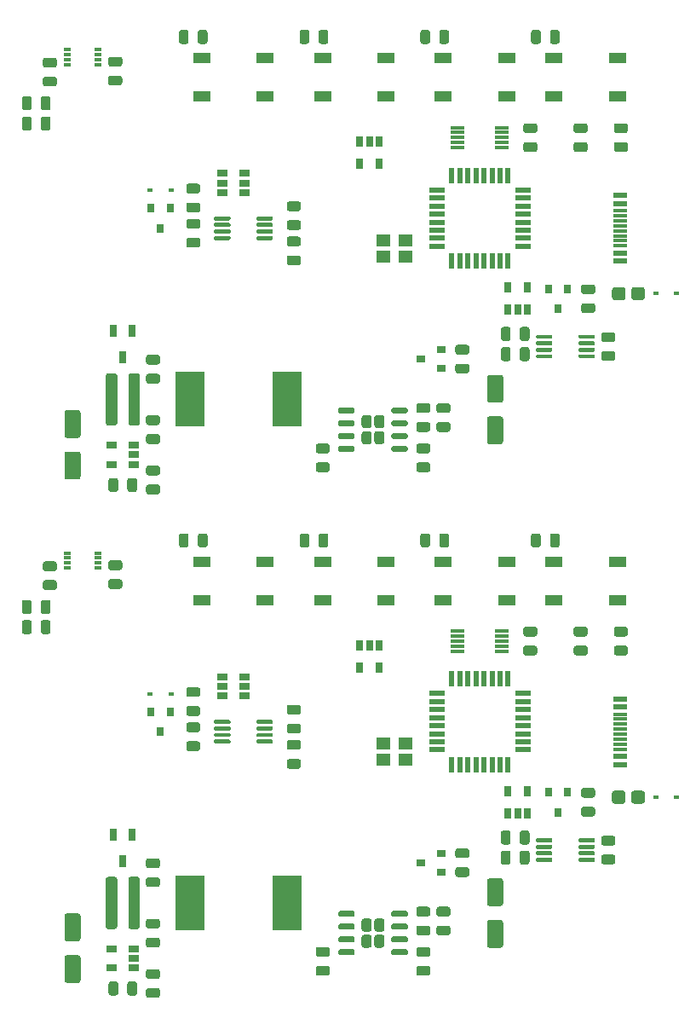
<source format=gbr>
%TF.GenerationSoftware,KiCad,Pcbnew,(5.99.0-3349-gc9824bbd9)*%
%TF.CreationDate,2020-09-17T19:38:13-07:00*%
%TF.ProjectId,Panelized_Power_Supply,50616e65-6c69-47a6-9564-5f506f776572,rev?*%
%TF.SameCoordinates,Original*%
%TF.FileFunction,Paste,Top*%
%TF.FilePolarity,Positive*%
%FSLAX46Y46*%
G04 Gerber Fmt 4.6, Leading zero omitted, Abs format (unit mm)*
G04 Created by KiCad (PCBNEW (5.99.0-3349-gc9824bbd9)) date 2020-09-17 19:38:13*
%MOMM*%
%LPD*%
G01*
G04 APERTURE LIST*
%ADD10R,0.600000X0.450000*%
%ADD11R,1.700000X1.000000*%
%ADD12R,1.400000X1.150000*%
%ADD13R,1.600000X0.550000*%
%ADD14R,0.550000X1.600000*%
%ADD15R,0.900000X0.800000*%
%ADD16R,0.800000X0.300000*%
%ADD17R,1.400000X0.300000*%
%ADD18R,0.650000X1.060000*%
%ADD19R,0.800000X0.900000*%
%ADD20R,1.450000X0.600000*%
%ADD21R,1.450000X0.300000*%
%ADD22R,0.650000X1.220000*%
%ADD23R,1.060000X0.650000*%
%ADD24R,2.900000X5.400000*%
G04 APERTURE END LIST*
%TO.C,R23*%
G36*
G01*
X93575000Y-94956250D02*
X93575000Y-94043750D01*
G75*
G02*
X93818750Y-93800000I243750J0D01*
G01*
X94306250Y-93800000D01*
G75*
G02*
X94550000Y-94043750I0J-243750D01*
G01*
X94550000Y-94956250D01*
G75*
G02*
X94306250Y-95200000I-243750J0D01*
G01*
X93818750Y-95200000D01*
G75*
G02*
X93575000Y-94956250I0J243750D01*
G01*
G37*
G36*
G01*
X95450000Y-94956250D02*
X95450000Y-94043750D01*
G75*
G02*
X95693750Y-93800000I243750J0D01*
G01*
X96181250Y-93800000D01*
G75*
G02*
X96425000Y-94043750I0J-243750D01*
G01*
X96425000Y-94956250D01*
G75*
G02*
X96181250Y-95200000I-243750J0D01*
G01*
X95693750Y-95200000D01*
G75*
G02*
X95450000Y-94956250I0J243750D01*
G01*
G37*
%TD*%
%TO.C,R16*%
G36*
G01*
X62543750Y-83075000D02*
X63456250Y-83075000D01*
G75*
G02*
X63700000Y-83318750I0J-243750D01*
G01*
X63700000Y-83806250D01*
G75*
G02*
X63456250Y-84050000I-243750J0D01*
G01*
X62543750Y-84050000D01*
G75*
G02*
X62300000Y-83806250I0J243750D01*
G01*
X62300000Y-83318750D01*
G75*
G02*
X62543750Y-83075000I243750J0D01*
G01*
G37*
G36*
G01*
X62543750Y-84950000D02*
X63456250Y-84950000D01*
G75*
G02*
X63700000Y-85193750I0J-243750D01*
G01*
X63700000Y-85681250D01*
G75*
G02*
X63456250Y-85925000I-243750J0D01*
G01*
X62543750Y-85925000D01*
G75*
G02*
X62300000Y-85681250I0J243750D01*
G01*
X62300000Y-85193750D01*
G75*
G02*
X62543750Y-84950000I243750J0D01*
G01*
G37*
%TD*%
D10*
%TO.C,D4*%
X108950000Y-90500000D03*
X111050000Y-90500000D03*
%TD*%
D11*
%TO.C,SW2*%
X87850000Y-67100000D03*
X94150000Y-67100000D03*
X94150000Y-70900000D03*
X87850000Y-70900000D03*
%TD*%
%TO.C,C4*%
G36*
G01*
X86326250Y-108225000D02*
X85413750Y-108225000D01*
G75*
G02*
X85170000Y-107981250I0J243750D01*
G01*
X85170000Y-107493750D01*
G75*
G02*
X85413750Y-107250000I243750J0D01*
G01*
X86326250Y-107250000D01*
G75*
G02*
X86570000Y-107493750I0J-243750D01*
G01*
X86570000Y-107981250D01*
G75*
G02*
X86326250Y-108225000I-243750J0D01*
G01*
G37*
G36*
G01*
X86326250Y-106350000D02*
X85413750Y-106350000D01*
G75*
G02*
X85170000Y-106106250I0J243750D01*
G01*
X85170000Y-105618750D01*
G75*
G02*
X85413750Y-105375000I243750J0D01*
G01*
X86326250Y-105375000D01*
G75*
G02*
X86570000Y-105618750I0J-243750D01*
G01*
X86570000Y-106106250D01*
G75*
G02*
X86326250Y-106350000I-243750J0D01*
G01*
G37*
%TD*%
%TO.C,C18*%
G36*
G01*
X59456250Y-105425000D02*
X58543750Y-105425000D01*
G75*
G02*
X58300000Y-105181250I0J243750D01*
G01*
X58300000Y-104693750D01*
G75*
G02*
X58543750Y-104450000I243750J0D01*
G01*
X59456250Y-104450000D01*
G75*
G02*
X59700000Y-104693750I0J-243750D01*
G01*
X59700000Y-105181250D01*
G75*
G02*
X59456250Y-105425000I-243750J0D01*
G01*
G37*
G36*
G01*
X59456250Y-103550000D02*
X58543750Y-103550000D01*
G75*
G02*
X58300000Y-103306250I0J243750D01*
G01*
X58300000Y-102818750D01*
G75*
G02*
X58543750Y-102575000I243750J0D01*
G01*
X59456250Y-102575000D01*
G75*
G02*
X59700000Y-102818750I0J-243750D01*
G01*
X59700000Y-103306250D01*
G75*
G02*
X59456250Y-103550000I-243750J0D01*
G01*
G37*
%TD*%
%TO.C,C27*%
G36*
G01*
X55706250Y-69825000D02*
X54793750Y-69825000D01*
G75*
G02*
X54550000Y-69581250I0J243750D01*
G01*
X54550000Y-69093750D01*
G75*
G02*
X54793750Y-68850000I243750J0D01*
G01*
X55706250Y-68850000D01*
G75*
G02*
X55950000Y-69093750I0J-243750D01*
G01*
X55950000Y-69581250D01*
G75*
G02*
X55706250Y-69825000I-243750J0D01*
G01*
G37*
G36*
G01*
X55706250Y-67950000D02*
X54793750Y-67950000D01*
G75*
G02*
X54550000Y-67706250I0J243750D01*
G01*
X54550000Y-67218750D01*
G75*
G02*
X54793750Y-66975000I243750J0D01*
G01*
X55706250Y-66975000D01*
G75*
G02*
X55950000Y-67218750I0J-243750D01*
G01*
X55950000Y-67706250D01*
G75*
G02*
X55706250Y-67950000I-243750J0D01*
G01*
G37*
%TD*%
%TO.C,R20*%
G36*
G01*
X73456250Y-84175000D02*
X72543750Y-84175000D01*
G75*
G02*
X72300000Y-83931250I0J243750D01*
G01*
X72300000Y-83443750D01*
G75*
G02*
X72543750Y-83200000I243750J0D01*
G01*
X73456250Y-83200000D01*
G75*
G02*
X73700000Y-83443750I0J-243750D01*
G01*
X73700000Y-83931250D01*
G75*
G02*
X73456250Y-84175000I-243750J0D01*
G01*
G37*
G36*
G01*
X73456250Y-82300000D02*
X72543750Y-82300000D01*
G75*
G02*
X72300000Y-82056250I0J243750D01*
G01*
X72300000Y-81568750D01*
G75*
G02*
X72543750Y-81325000I243750J0D01*
G01*
X73456250Y-81325000D01*
G75*
G02*
X73700000Y-81568750I0J-243750D01*
G01*
X73700000Y-82056250D01*
G75*
G02*
X73456250Y-82300000I-243750J0D01*
G01*
G37*
%TD*%
D12*
%TO.C,Y1*%
X81900000Y-86800000D03*
X84100000Y-86800000D03*
X84100000Y-85200000D03*
X81900000Y-85200000D03*
%TD*%
D13*
%TO.C,U2*%
X87250000Y-80200000D03*
X87250000Y-81000000D03*
X87250000Y-81800000D03*
X87250000Y-82600000D03*
X87250000Y-83400000D03*
X87250000Y-84200000D03*
X87250000Y-85000000D03*
X87250000Y-85800000D03*
D14*
X88700000Y-87250000D03*
X89500000Y-87250000D03*
X90300000Y-87250000D03*
X91100000Y-87250000D03*
X91900000Y-87250000D03*
X92700000Y-87250000D03*
X93500000Y-87250000D03*
X94300000Y-87250000D03*
D13*
X95750000Y-85800000D03*
X95750000Y-85000000D03*
X95750000Y-84200000D03*
X95750000Y-83400000D03*
X95750000Y-82600000D03*
X95750000Y-81800000D03*
X95750000Y-81000000D03*
X95750000Y-80200000D03*
D14*
X94300000Y-78750000D03*
X93500000Y-78750000D03*
X92700000Y-78750000D03*
X91900000Y-78750000D03*
X91100000Y-78750000D03*
X90300000Y-78750000D03*
X89500000Y-78750000D03*
X88700000Y-78750000D03*
%TD*%
%TO.C,U4*%
G36*
G01*
X70925000Y-84875000D02*
X70925000Y-85075000D01*
G75*
G02*
X70825000Y-85175000I-100000J0D01*
G01*
X69400000Y-85175000D01*
G75*
G02*
X69300000Y-85075000I0J100000D01*
G01*
X69300000Y-84875000D01*
G75*
G02*
X69400000Y-84775000I100000J0D01*
G01*
X70825000Y-84775000D01*
G75*
G02*
X70925000Y-84875000I0J-100000D01*
G01*
G37*
G36*
G01*
X70925000Y-84225000D02*
X70925000Y-84425000D01*
G75*
G02*
X70825000Y-84525000I-100000J0D01*
G01*
X69400000Y-84525000D01*
G75*
G02*
X69300000Y-84425000I0J100000D01*
G01*
X69300000Y-84225000D01*
G75*
G02*
X69400000Y-84125000I100000J0D01*
G01*
X70825000Y-84125000D01*
G75*
G02*
X70925000Y-84225000I0J-100000D01*
G01*
G37*
G36*
G01*
X70925000Y-83575000D02*
X70925000Y-83775000D01*
G75*
G02*
X70825000Y-83875000I-100000J0D01*
G01*
X69400000Y-83875000D01*
G75*
G02*
X69300000Y-83775000I0J100000D01*
G01*
X69300000Y-83575000D01*
G75*
G02*
X69400000Y-83475000I100000J0D01*
G01*
X70825000Y-83475000D01*
G75*
G02*
X70925000Y-83575000I0J-100000D01*
G01*
G37*
G36*
G01*
X70925000Y-82925000D02*
X70925000Y-83125000D01*
G75*
G02*
X70825000Y-83225000I-100000J0D01*
G01*
X69400000Y-83225000D01*
G75*
G02*
X69300000Y-83125000I0J100000D01*
G01*
X69300000Y-82925000D01*
G75*
G02*
X69400000Y-82825000I100000J0D01*
G01*
X70825000Y-82825000D01*
G75*
G02*
X70925000Y-82925000I0J-100000D01*
G01*
G37*
G36*
G01*
X66700000Y-82925000D02*
X66700000Y-83125000D01*
G75*
G02*
X66600000Y-83225000I-100000J0D01*
G01*
X65175000Y-83225000D01*
G75*
G02*
X65075000Y-83125000I0J100000D01*
G01*
X65075000Y-82925000D01*
G75*
G02*
X65175000Y-82825000I100000J0D01*
G01*
X66600000Y-82825000D01*
G75*
G02*
X66700000Y-82925000I0J-100000D01*
G01*
G37*
G36*
G01*
X66700000Y-83575000D02*
X66700000Y-83775000D01*
G75*
G02*
X66600000Y-83875000I-100000J0D01*
G01*
X65175000Y-83875000D01*
G75*
G02*
X65075000Y-83775000I0J100000D01*
G01*
X65075000Y-83575000D01*
G75*
G02*
X65175000Y-83475000I100000J0D01*
G01*
X66600000Y-83475000D01*
G75*
G02*
X66700000Y-83575000I0J-100000D01*
G01*
G37*
G36*
G01*
X66700000Y-84225000D02*
X66700000Y-84425000D01*
G75*
G02*
X66600000Y-84525000I-100000J0D01*
G01*
X65175000Y-84525000D01*
G75*
G02*
X65075000Y-84425000I0J100000D01*
G01*
X65075000Y-84225000D01*
G75*
G02*
X65175000Y-84125000I100000J0D01*
G01*
X66600000Y-84125000D01*
G75*
G02*
X66700000Y-84225000I0J-100000D01*
G01*
G37*
G36*
G01*
X66700000Y-84875000D02*
X66700000Y-85075000D01*
G75*
G02*
X66600000Y-85175000I-100000J0D01*
G01*
X65175000Y-85175000D01*
G75*
G02*
X65075000Y-85075000I0J100000D01*
G01*
X65075000Y-84875000D01*
G75*
G02*
X65175000Y-84775000I100000J0D01*
G01*
X66600000Y-84775000D01*
G75*
G02*
X66700000Y-84875000I0J-100000D01*
G01*
G37*
%TD*%
%TO.C,C29*%
G36*
G01*
X49206250Y-69925000D02*
X48293750Y-69925000D01*
G75*
G02*
X48050000Y-69681250I0J243750D01*
G01*
X48050000Y-69193750D01*
G75*
G02*
X48293750Y-68950000I243750J0D01*
G01*
X49206250Y-68950000D01*
G75*
G02*
X49450000Y-69193750I0J-243750D01*
G01*
X49450000Y-69681250D01*
G75*
G02*
X49206250Y-69925000I-243750J0D01*
G01*
G37*
G36*
G01*
X49206250Y-68050000D02*
X48293750Y-68050000D01*
G75*
G02*
X48050000Y-67806250I0J243750D01*
G01*
X48050000Y-67318750D01*
G75*
G02*
X48293750Y-67075000I243750J0D01*
G01*
X49206250Y-67075000D01*
G75*
G02*
X49450000Y-67318750I0J-243750D01*
G01*
X49450000Y-67806250D01*
G75*
G02*
X49206250Y-68050000I-243750J0D01*
G01*
G37*
%TD*%
%TO.C,C6*%
G36*
G01*
X76326250Y-108225000D02*
X75413750Y-108225000D01*
G75*
G02*
X75170000Y-107981250I0J243750D01*
G01*
X75170000Y-107493750D01*
G75*
G02*
X75413750Y-107250000I243750J0D01*
G01*
X76326250Y-107250000D01*
G75*
G02*
X76570000Y-107493750I0J-243750D01*
G01*
X76570000Y-107981250D01*
G75*
G02*
X76326250Y-108225000I-243750J0D01*
G01*
G37*
G36*
G01*
X76326250Y-106350000D02*
X75413750Y-106350000D01*
G75*
G02*
X75170000Y-106106250I0J243750D01*
G01*
X75170000Y-105618750D01*
G75*
G02*
X75413750Y-105375000I243750J0D01*
G01*
X76326250Y-105375000D01*
G75*
G02*
X76570000Y-105618750I0J-243750D01*
G01*
X76570000Y-106106250D01*
G75*
G02*
X76326250Y-106350000I-243750J0D01*
G01*
G37*
%TD*%
D15*
%TO.C,Q2*%
X87620000Y-97950000D03*
X87620000Y-96050000D03*
X85620000Y-97000000D03*
%TD*%
%TO.C,C28*%
G36*
G01*
X48825000Y-71143750D02*
X48825000Y-72056250D01*
G75*
G02*
X48581250Y-72300000I-243750J0D01*
G01*
X48093750Y-72300000D01*
G75*
G02*
X47850000Y-72056250I0J243750D01*
G01*
X47850000Y-71143750D01*
G75*
G02*
X48093750Y-70900000I243750J0D01*
G01*
X48581250Y-70900000D01*
G75*
G02*
X48825000Y-71143750I0J-243750D01*
G01*
G37*
G36*
G01*
X46950000Y-71143750D02*
X46950000Y-72056250D01*
G75*
G02*
X46706250Y-72300000I-243750J0D01*
G01*
X46218750Y-72300000D01*
G75*
G02*
X45975000Y-72056250I0J243750D01*
G01*
X45975000Y-71143750D01*
G75*
G02*
X46218750Y-70900000I243750J0D01*
G01*
X46706250Y-70900000D01*
G75*
G02*
X46950000Y-71143750I0J-243750D01*
G01*
G37*
%TD*%
%TO.C,C20*%
G36*
G01*
X54575000Y-109956250D02*
X54575000Y-109043750D01*
G75*
G02*
X54818750Y-108800000I243750J0D01*
G01*
X55306250Y-108800000D01*
G75*
G02*
X55550000Y-109043750I0J-243750D01*
G01*
X55550000Y-109956250D01*
G75*
G02*
X55306250Y-110200000I-243750J0D01*
G01*
X54818750Y-110200000D01*
G75*
G02*
X54575000Y-109956250I0J243750D01*
G01*
G37*
G36*
G01*
X56450000Y-109956250D02*
X56450000Y-109043750D01*
G75*
G02*
X56693750Y-108800000I243750J0D01*
G01*
X57181250Y-108800000D01*
G75*
G02*
X57425000Y-109043750I0J-243750D01*
G01*
X57425000Y-109956250D01*
G75*
G02*
X57181250Y-110200000I-243750J0D01*
G01*
X56693750Y-110200000D01*
G75*
G02*
X56450000Y-109956250I0J243750D01*
G01*
G37*
%TD*%
%TO.C,C1*%
G36*
G01*
X85413750Y-101375000D02*
X86326250Y-101375000D01*
G75*
G02*
X86570000Y-101618750I0J-243750D01*
G01*
X86570000Y-102106250D01*
G75*
G02*
X86326250Y-102350000I-243750J0D01*
G01*
X85413750Y-102350000D01*
G75*
G02*
X85170000Y-102106250I0J243750D01*
G01*
X85170000Y-101618750D01*
G75*
G02*
X85413750Y-101375000I243750J0D01*
G01*
G37*
G36*
G01*
X85413750Y-103250000D02*
X86326250Y-103250000D01*
G75*
G02*
X86570000Y-103493750I0J-243750D01*
G01*
X86570000Y-103981250D01*
G75*
G02*
X86326250Y-104225000I-243750J0D01*
G01*
X85413750Y-104225000D01*
G75*
G02*
X85170000Y-103981250I0J243750D01*
G01*
X85170000Y-103493750D01*
G75*
G02*
X85413750Y-103250000I243750J0D01*
G01*
G37*
%TD*%
%TO.C,R10*%
G36*
G01*
X61575000Y-65456250D02*
X61575000Y-64543750D01*
G75*
G02*
X61818750Y-64300000I243750J0D01*
G01*
X62306250Y-64300000D01*
G75*
G02*
X62550000Y-64543750I0J-243750D01*
G01*
X62550000Y-65456250D01*
G75*
G02*
X62306250Y-65700000I-243750J0D01*
G01*
X61818750Y-65700000D01*
G75*
G02*
X61575000Y-65456250I0J243750D01*
G01*
G37*
G36*
G01*
X63450000Y-65456250D02*
X63450000Y-64543750D01*
G75*
G02*
X63693750Y-64300000I243750J0D01*
G01*
X64181250Y-64300000D01*
G75*
G02*
X64425000Y-64543750I0J-243750D01*
G01*
X64425000Y-65456250D01*
G75*
G02*
X64181250Y-65700000I-243750J0D01*
G01*
X63693750Y-65700000D01*
G75*
G02*
X63450000Y-65456250I0J243750D01*
G01*
G37*
%TD*%
%TO.C,R13*%
G36*
G01*
X54300000Y-103350000D02*
X54300000Y-98650000D01*
G75*
G02*
X54550000Y-98400000I250000J0D01*
G01*
X55200000Y-98400000D01*
G75*
G02*
X55450000Y-98650000I0J-250000D01*
G01*
X55450000Y-103350000D01*
G75*
G02*
X55200000Y-103600000I-250000J0D01*
G01*
X54550000Y-103600000D01*
G75*
G02*
X54300000Y-103350000I0J250000D01*
G01*
G37*
G36*
G01*
X56550000Y-103350000D02*
X56550000Y-98650000D01*
G75*
G02*
X56800000Y-98400000I250000J0D01*
G01*
X57450000Y-98400000D01*
G75*
G02*
X57700000Y-98650000I0J-250000D01*
G01*
X57700000Y-103350000D01*
G75*
G02*
X57450000Y-103600000I-250000J0D01*
G01*
X56800000Y-103600000D01*
G75*
G02*
X56550000Y-103350000I0J250000D01*
G01*
G37*
%TD*%
%TO.C,C35*%
G36*
G01*
X104706250Y-97175000D02*
X103793750Y-97175000D01*
G75*
G02*
X103550000Y-96931250I0J243750D01*
G01*
X103550000Y-96443750D01*
G75*
G02*
X103793750Y-96200000I243750J0D01*
G01*
X104706250Y-96200000D01*
G75*
G02*
X104950000Y-96443750I0J-243750D01*
G01*
X104950000Y-96931250D01*
G75*
G02*
X104706250Y-97175000I-243750J0D01*
G01*
G37*
G36*
G01*
X104706250Y-95300000D02*
X103793750Y-95300000D01*
G75*
G02*
X103550000Y-95056250I0J243750D01*
G01*
X103550000Y-94568750D01*
G75*
G02*
X103793750Y-94325000I243750J0D01*
G01*
X104706250Y-94325000D01*
G75*
G02*
X104950000Y-94568750I0J-243750D01*
G01*
X104950000Y-95056250D01*
G75*
G02*
X104706250Y-95300000I-243750J0D01*
G01*
G37*
%TD*%
%TO.C,C7*%
G36*
G01*
X51550000Y-108950000D02*
X50450000Y-108950000D01*
G75*
G02*
X50200000Y-108700000I0J250000D01*
G01*
X50200000Y-106425000D01*
G75*
G02*
X50450000Y-106175000I250000J0D01*
G01*
X51550000Y-106175000D01*
G75*
G02*
X51800000Y-106425000I0J-250000D01*
G01*
X51800000Y-108700000D01*
G75*
G02*
X51550000Y-108950000I-250000J0D01*
G01*
G37*
G36*
G01*
X51550000Y-104825000D02*
X50450000Y-104825000D01*
G75*
G02*
X50200000Y-104575000I0J250000D01*
G01*
X50200000Y-102300000D01*
G75*
G02*
X50450000Y-102050000I250000J0D01*
G01*
X51550000Y-102050000D01*
G75*
G02*
X51800000Y-102300000I0J-250000D01*
G01*
X51800000Y-104575000D01*
G75*
G02*
X51550000Y-104825000I-250000J0D01*
G01*
G37*
%TD*%
D16*
%TO.C,U9*%
X53550000Y-67750000D03*
X53550000Y-67250000D03*
X53550000Y-66750000D03*
X53550000Y-66250000D03*
X50450000Y-66250000D03*
X50450000Y-66750000D03*
X50450000Y-67250000D03*
X50450000Y-67750000D03*
%TD*%
%TO.C,R18*%
G36*
G01*
X59456250Y-110425000D02*
X58543750Y-110425000D01*
G75*
G02*
X58300000Y-110181250I0J243750D01*
G01*
X58300000Y-109693750D01*
G75*
G02*
X58543750Y-109450000I243750J0D01*
G01*
X59456250Y-109450000D01*
G75*
G02*
X59700000Y-109693750I0J-243750D01*
G01*
X59700000Y-110181250D01*
G75*
G02*
X59456250Y-110425000I-243750J0D01*
G01*
G37*
G36*
G01*
X59456250Y-108550000D02*
X58543750Y-108550000D01*
G75*
G02*
X58300000Y-108306250I0J243750D01*
G01*
X58300000Y-107818750D01*
G75*
G02*
X58543750Y-107575000I243750J0D01*
G01*
X59456250Y-107575000D01*
G75*
G02*
X59700000Y-107818750I0J-243750D01*
G01*
X59700000Y-108306250D01*
G75*
G02*
X59456250Y-108550000I-243750J0D01*
G01*
G37*
%TD*%
D11*
%TO.C,SW1*%
X75850000Y-67100000D03*
X82150000Y-67100000D03*
X75850000Y-70900000D03*
X82150000Y-70900000D03*
%TD*%
%TO.C,R6*%
G36*
G01*
X73575000Y-65456250D02*
X73575000Y-64543750D01*
G75*
G02*
X73818750Y-64300000I243750J0D01*
G01*
X74306250Y-64300000D01*
G75*
G02*
X74550000Y-64543750I0J-243750D01*
G01*
X74550000Y-65456250D01*
G75*
G02*
X74306250Y-65700000I-243750J0D01*
G01*
X73818750Y-65700000D01*
G75*
G02*
X73575000Y-65456250I0J243750D01*
G01*
G37*
G36*
G01*
X75450000Y-65456250D02*
X75450000Y-64543750D01*
G75*
G02*
X75693750Y-64300000I243750J0D01*
G01*
X76181250Y-64300000D01*
G75*
G02*
X76425000Y-64543750I0J-243750D01*
G01*
X76425000Y-65456250D01*
G75*
G02*
X76181250Y-65700000I-243750J0D01*
G01*
X75693750Y-65700000D01*
G75*
G02*
X75450000Y-65456250I0J243750D01*
G01*
G37*
%TD*%
%TO.C,R21*%
G36*
G01*
X101793750Y-89575000D02*
X102706250Y-89575000D01*
G75*
G02*
X102950000Y-89818750I0J-243750D01*
G01*
X102950000Y-90306250D01*
G75*
G02*
X102706250Y-90550000I-243750J0D01*
G01*
X101793750Y-90550000D01*
G75*
G02*
X101550000Y-90306250I0J243750D01*
G01*
X101550000Y-89818750D01*
G75*
G02*
X101793750Y-89575000I243750J0D01*
G01*
G37*
G36*
G01*
X101793750Y-91450000D02*
X102706250Y-91450000D01*
G75*
G02*
X102950000Y-91693750I0J-243750D01*
G01*
X102950000Y-92181250D01*
G75*
G02*
X102706250Y-92425000I-243750J0D01*
G01*
X101793750Y-92425000D01*
G75*
G02*
X101550000Y-92181250I0J243750D01*
G01*
X101550000Y-91693750D01*
G75*
G02*
X101793750Y-91450000I243750J0D01*
G01*
G37*
%TD*%
%TO.C,SW4*%
X63850000Y-67100000D03*
X70150000Y-67100000D03*
X70150000Y-70900000D03*
X63850000Y-70900000D03*
%TD*%
%TO.C,D1*%
G36*
G01*
X101956250Y-76425000D02*
X101043750Y-76425000D01*
G75*
G02*
X100800000Y-76181250I0J243750D01*
G01*
X100800000Y-75693750D01*
G75*
G02*
X101043750Y-75450000I243750J0D01*
G01*
X101956250Y-75450000D01*
G75*
G02*
X102200000Y-75693750I0J-243750D01*
G01*
X102200000Y-76181250D01*
G75*
G02*
X101956250Y-76425000I-243750J0D01*
G01*
G37*
G36*
G01*
X101956250Y-74550000D02*
X101043750Y-74550000D01*
G75*
G02*
X100800000Y-74306250I0J243750D01*
G01*
X100800000Y-73818750D01*
G75*
G02*
X101043750Y-73575000I243750J0D01*
G01*
X101956250Y-73575000D01*
G75*
G02*
X102200000Y-73818750I0J-243750D01*
G01*
X102200000Y-74306250D01*
G75*
G02*
X101956250Y-74550000I-243750J0D01*
G01*
G37*
%TD*%
%TO.C,C16*%
G36*
G01*
X58543750Y-96575000D02*
X59456250Y-96575000D01*
G75*
G02*
X59700000Y-96818750I0J-243750D01*
G01*
X59700000Y-97306250D01*
G75*
G02*
X59456250Y-97550000I-243750J0D01*
G01*
X58543750Y-97550000D01*
G75*
G02*
X58300000Y-97306250I0J243750D01*
G01*
X58300000Y-96818750D01*
G75*
G02*
X58543750Y-96575000I243750J0D01*
G01*
G37*
G36*
G01*
X58543750Y-98450000D02*
X59456250Y-98450000D01*
G75*
G02*
X59700000Y-98693750I0J-243750D01*
G01*
X59700000Y-99181250D01*
G75*
G02*
X59456250Y-99425000I-243750J0D01*
G01*
X58543750Y-99425000D01*
G75*
G02*
X58300000Y-99181250I0J243750D01*
G01*
X58300000Y-98693750D01*
G75*
G02*
X58543750Y-98450000I243750J0D01*
G01*
G37*
%TD*%
%TO.C,R9*%
G36*
G01*
X96575000Y-65456250D02*
X96575000Y-64543750D01*
G75*
G02*
X96818750Y-64300000I243750J0D01*
G01*
X97306250Y-64300000D01*
G75*
G02*
X97550000Y-64543750I0J-243750D01*
G01*
X97550000Y-65456250D01*
G75*
G02*
X97306250Y-65700000I-243750J0D01*
G01*
X96818750Y-65700000D01*
G75*
G02*
X96575000Y-65456250I0J243750D01*
G01*
G37*
G36*
G01*
X98450000Y-65456250D02*
X98450000Y-64543750D01*
G75*
G02*
X98693750Y-64300000I243750J0D01*
G01*
X99181250Y-64300000D01*
G75*
G02*
X99425000Y-64543750I0J-243750D01*
G01*
X99425000Y-65456250D01*
G75*
G02*
X99181250Y-65700000I-243750J0D01*
G01*
X98693750Y-65700000D01*
G75*
G02*
X98450000Y-65456250I0J243750D01*
G01*
G37*
%TD*%
D17*
%TO.C,U7*%
X93700000Y-76000000D03*
X93700000Y-75500000D03*
X93700000Y-75000000D03*
X93700000Y-74500000D03*
X93700000Y-74000000D03*
X89300000Y-74000000D03*
X89300000Y-74500000D03*
X89300000Y-75000000D03*
X89300000Y-75500000D03*
X89300000Y-76000000D03*
%TD*%
%TO.C,R24*%
G36*
G01*
X93575000Y-96956250D02*
X93575000Y-96043750D01*
G75*
G02*
X93818750Y-95800000I243750J0D01*
G01*
X94306250Y-95800000D01*
G75*
G02*
X94550000Y-96043750I0J-243750D01*
G01*
X94550000Y-96956250D01*
G75*
G02*
X94306250Y-97200000I-243750J0D01*
G01*
X93818750Y-97200000D01*
G75*
G02*
X93575000Y-96956250I0J243750D01*
G01*
G37*
G36*
G01*
X95450000Y-96956250D02*
X95450000Y-96043750D01*
G75*
G02*
X95693750Y-95800000I243750J0D01*
G01*
X96181250Y-95800000D01*
G75*
G02*
X96425000Y-96043750I0J-243750D01*
G01*
X96425000Y-96956250D01*
G75*
G02*
X96181250Y-97200000I-243750J0D01*
G01*
X95693750Y-97200000D01*
G75*
G02*
X95450000Y-96956250I0J243750D01*
G01*
G37*
%TD*%
D10*
%TO.C,D9*%
X60800000Y-80250000D03*
X58700000Y-80250000D03*
%TD*%
D18*
%TO.C,U1*%
X94300000Y-92100000D03*
X95250000Y-92100000D03*
X96200000Y-92100000D03*
X96200000Y-89900000D03*
X94300000Y-89900000D03*
%TD*%
%TO.C,R22*%
G36*
G01*
X90206250Y-98425000D02*
X89293750Y-98425000D01*
G75*
G02*
X89050000Y-98181250I0J243750D01*
G01*
X89050000Y-97693750D01*
G75*
G02*
X89293750Y-97450000I243750J0D01*
G01*
X90206250Y-97450000D01*
G75*
G02*
X90450000Y-97693750I0J-243750D01*
G01*
X90450000Y-98181250D01*
G75*
G02*
X90206250Y-98425000I-243750J0D01*
G01*
G37*
G36*
G01*
X90206250Y-96550000D02*
X89293750Y-96550000D01*
G75*
G02*
X89050000Y-96306250I0J243750D01*
G01*
X89050000Y-95818750D01*
G75*
G02*
X89293750Y-95575000I243750J0D01*
G01*
X90206250Y-95575000D01*
G75*
G02*
X90450000Y-95818750I0J-243750D01*
G01*
X90450000Y-96306250D01*
G75*
G02*
X90206250Y-96550000I-243750J0D01*
G01*
G37*
%TD*%
D19*
%TO.C,Q3*%
X60700000Y-82000000D03*
X58800000Y-82000000D03*
X59750000Y-84000000D03*
%TD*%
%TO.C,D2*%
G36*
G01*
X105956250Y-76425000D02*
X105043750Y-76425000D01*
G75*
G02*
X104800000Y-76181250I0J243750D01*
G01*
X104800000Y-75693750D01*
G75*
G02*
X105043750Y-75450000I243750J0D01*
G01*
X105956250Y-75450000D01*
G75*
G02*
X106200000Y-75693750I0J-243750D01*
G01*
X106200000Y-76181250D01*
G75*
G02*
X105956250Y-76425000I-243750J0D01*
G01*
G37*
G36*
G01*
X105956250Y-74550000D02*
X105043750Y-74550000D01*
G75*
G02*
X104800000Y-74306250I0J243750D01*
G01*
X104800000Y-73818750D01*
G75*
G02*
X105043750Y-73575000I243750J0D01*
G01*
X105956250Y-73575000D01*
G75*
G02*
X106200000Y-73818750I0J-243750D01*
G01*
X106200000Y-74306250D01*
G75*
G02*
X105956250Y-74550000I-243750J0D01*
G01*
G37*
%TD*%
D20*
%TO.C,J5*%
X105455000Y-87250000D03*
X105455000Y-86450000D03*
D21*
X105455000Y-85250000D03*
X105455000Y-84250000D03*
X105455000Y-83750000D03*
X105455000Y-82750000D03*
D20*
X105455000Y-81550000D03*
X105455000Y-80750000D03*
X105455000Y-80750000D03*
X105455000Y-81550000D03*
D21*
X105455000Y-82250000D03*
X105455000Y-83250000D03*
X105455000Y-84750000D03*
X105455000Y-85750000D03*
D20*
X105455000Y-86450000D03*
X105455000Y-87250000D03*
%TD*%
D19*
%TO.C,Q1*%
X100200000Y-90000000D03*
X98300000Y-90000000D03*
X99250000Y-92000000D03*
%TD*%
D22*
%TO.C,D3*%
X56950000Y-94190000D03*
X55050000Y-94190000D03*
X56000000Y-96810000D03*
%TD*%
%TO.C,R17*%
G36*
G01*
X62543750Y-79575000D02*
X63456250Y-79575000D01*
G75*
G02*
X63700000Y-79818750I0J-243750D01*
G01*
X63700000Y-80306250D01*
G75*
G02*
X63456250Y-80550000I-243750J0D01*
G01*
X62543750Y-80550000D01*
G75*
G02*
X62300000Y-80306250I0J243750D01*
G01*
X62300000Y-79818750D01*
G75*
G02*
X62543750Y-79575000I243750J0D01*
G01*
G37*
G36*
G01*
X62543750Y-81450000D02*
X63456250Y-81450000D01*
G75*
G02*
X63700000Y-81693750I0J-243750D01*
G01*
X63700000Y-82181250D01*
G75*
G02*
X63456250Y-82425000I-243750J0D01*
G01*
X62543750Y-82425000D01*
G75*
G02*
X62300000Y-82181250I0J243750D01*
G01*
X62300000Y-81693750D01*
G75*
G02*
X62543750Y-81450000I243750J0D01*
G01*
G37*
%TD*%
D11*
%TO.C,SW3*%
X105150000Y-67100000D03*
X98850000Y-67100000D03*
X105150000Y-70900000D03*
X98850000Y-70900000D03*
%TD*%
D18*
%TO.C,U8*%
X81450000Y-75400000D03*
X80500000Y-75400000D03*
X79550000Y-75400000D03*
X79550000Y-77600000D03*
X81450000Y-77600000D03*
%TD*%
D23*
%TO.C,U6*%
X68100000Y-80450000D03*
X68100000Y-79500000D03*
X68100000Y-78550000D03*
X65900000Y-78550000D03*
X65900000Y-79500000D03*
X65900000Y-80450000D03*
%TD*%
%TO.C,C30*%
G36*
G01*
X48825000Y-73143750D02*
X48825000Y-74056250D01*
G75*
G02*
X48581250Y-74300000I-243750J0D01*
G01*
X48093750Y-74300000D01*
G75*
G02*
X47850000Y-74056250I0J243750D01*
G01*
X47850000Y-73143750D01*
G75*
G02*
X48093750Y-72900000I243750J0D01*
G01*
X48581250Y-72900000D01*
G75*
G02*
X48825000Y-73143750I0J-243750D01*
G01*
G37*
G36*
G01*
X46950000Y-73143750D02*
X46950000Y-74056250D01*
G75*
G02*
X46706250Y-74300000I-243750J0D01*
G01*
X46218750Y-74300000D01*
G75*
G02*
X45975000Y-74056250I0J243750D01*
G01*
X45975000Y-73143750D01*
G75*
G02*
X46218750Y-72900000I243750J0D01*
G01*
X46706250Y-72900000D01*
G75*
G02*
X46950000Y-73143750I0J-243750D01*
G01*
G37*
%TD*%
%TO.C,U5*%
X57100000Y-107450000D03*
X57100000Y-106500000D03*
X57100000Y-105550000D03*
X54900000Y-105550000D03*
X54900000Y-107450000D03*
%TD*%
%TO.C,C12*%
G36*
G01*
X92450000Y-98550000D02*
X93550000Y-98550000D01*
G75*
G02*
X93800000Y-98800000I0J-250000D01*
G01*
X93800000Y-101075000D01*
G75*
G02*
X93550000Y-101325000I-250000J0D01*
G01*
X92450000Y-101325000D01*
G75*
G02*
X92200000Y-101075000I0J250000D01*
G01*
X92200000Y-98800000D01*
G75*
G02*
X92450000Y-98550000I250000J0D01*
G01*
G37*
G36*
G01*
X92450000Y-102675000D02*
X93550000Y-102675000D01*
G75*
G02*
X93800000Y-102925000I0J-250000D01*
G01*
X93800000Y-105200000D01*
G75*
G02*
X93550000Y-105450000I-250000J0D01*
G01*
X92450000Y-105450000D01*
G75*
G02*
X92200000Y-105200000I0J250000D01*
G01*
X92200000Y-102925000D01*
G75*
G02*
X92450000Y-102675000I250000J0D01*
G01*
G37*
%TD*%
%TO.C,U3*%
G36*
G01*
X82005000Y-104405000D02*
X82005000Y-105195000D01*
G75*
G02*
X81755000Y-105445000I-250000J0D01*
G01*
X81245000Y-105445000D01*
G75*
G02*
X80995000Y-105195000I0J250000D01*
G01*
X80995000Y-104405000D01*
G75*
G02*
X81245000Y-104155000I250000J0D01*
G01*
X81755000Y-104155000D01*
G75*
G02*
X82005000Y-104405000I0J-250000D01*
G01*
G37*
G36*
G01*
X80745000Y-104405000D02*
X80745000Y-105195000D01*
G75*
G02*
X80495000Y-105445000I-250000J0D01*
G01*
X79985000Y-105445000D01*
G75*
G02*
X79735000Y-105195000I0J250000D01*
G01*
X79735000Y-104405000D01*
G75*
G02*
X79985000Y-104155000I250000J0D01*
G01*
X80495000Y-104155000D01*
G75*
G02*
X80745000Y-104405000I0J-250000D01*
G01*
G37*
G36*
G01*
X82005000Y-102805000D02*
X82005000Y-103595000D01*
G75*
G02*
X81755000Y-103845000I-250000J0D01*
G01*
X81245000Y-103845000D01*
G75*
G02*
X80995000Y-103595000I0J250000D01*
G01*
X80995000Y-102805000D01*
G75*
G02*
X81245000Y-102555000I250000J0D01*
G01*
X81755000Y-102555000D01*
G75*
G02*
X82005000Y-102805000I0J-250000D01*
G01*
G37*
G36*
G01*
X80745000Y-102805000D02*
X80745000Y-103595000D01*
G75*
G02*
X80495000Y-103845000I-250000J0D01*
G01*
X79985000Y-103845000D01*
G75*
G02*
X79735000Y-103595000I0J250000D01*
G01*
X79735000Y-102805000D01*
G75*
G02*
X79985000Y-102555000I250000J0D01*
G01*
X80495000Y-102555000D01*
G75*
G02*
X80745000Y-102805000I0J-250000D01*
G01*
G37*
G36*
G01*
X84320000Y-105755000D02*
X84320000Y-106055000D01*
G75*
G02*
X84170000Y-106205000I-150000J0D01*
G01*
X82845000Y-106205000D01*
G75*
G02*
X82695000Y-106055000I0J150000D01*
G01*
X82695000Y-105755000D01*
G75*
G02*
X82845000Y-105605000I150000J0D01*
G01*
X84170000Y-105605000D01*
G75*
G02*
X84320000Y-105755000I0J-150000D01*
G01*
G37*
G36*
G01*
X84320000Y-104485000D02*
X84320000Y-104785000D01*
G75*
G02*
X84170000Y-104935000I-150000J0D01*
G01*
X82845000Y-104935000D01*
G75*
G02*
X82695000Y-104785000I0J150000D01*
G01*
X82695000Y-104485000D01*
G75*
G02*
X82845000Y-104335000I150000J0D01*
G01*
X84170000Y-104335000D01*
G75*
G02*
X84320000Y-104485000I0J-150000D01*
G01*
G37*
G36*
G01*
X84320000Y-103215000D02*
X84320000Y-103515000D01*
G75*
G02*
X84170000Y-103665000I-150000J0D01*
G01*
X82845000Y-103665000D01*
G75*
G02*
X82695000Y-103515000I0J150000D01*
G01*
X82695000Y-103215000D01*
G75*
G02*
X82845000Y-103065000I150000J0D01*
G01*
X84170000Y-103065000D01*
G75*
G02*
X84320000Y-103215000I0J-150000D01*
G01*
G37*
G36*
G01*
X84320000Y-101945000D02*
X84320000Y-102245000D01*
G75*
G02*
X84170000Y-102395000I-150000J0D01*
G01*
X82845000Y-102395000D01*
G75*
G02*
X82695000Y-102245000I0J150000D01*
G01*
X82695000Y-101945000D01*
G75*
G02*
X82845000Y-101795000I150000J0D01*
G01*
X84170000Y-101795000D01*
G75*
G02*
X84320000Y-101945000I0J-150000D01*
G01*
G37*
G36*
G01*
X79045000Y-101945000D02*
X79045000Y-102245000D01*
G75*
G02*
X78895000Y-102395000I-150000J0D01*
G01*
X77570000Y-102395000D01*
G75*
G02*
X77420000Y-102245000I0J150000D01*
G01*
X77420000Y-101945000D01*
G75*
G02*
X77570000Y-101795000I150000J0D01*
G01*
X78895000Y-101795000D01*
G75*
G02*
X79045000Y-101945000I0J-150000D01*
G01*
G37*
G36*
G01*
X79045000Y-103215000D02*
X79045000Y-103515000D01*
G75*
G02*
X78895000Y-103665000I-150000J0D01*
G01*
X77570000Y-103665000D01*
G75*
G02*
X77420000Y-103515000I0J150000D01*
G01*
X77420000Y-103215000D01*
G75*
G02*
X77570000Y-103065000I150000J0D01*
G01*
X78895000Y-103065000D01*
G75*
G02*
X79045000Y-103215000I0J-150000D01*
G01*
G37*
G36*
G01*
X79045000Y-104485000D02*
X79045000Y-104785000D01*
G75*
G02*
X78895000Y-104935000I-150000J0D01*
G01*
X77570000Y-104935000D01*
G75*
G02*
X77420000Y-104785000I0J150000D01*
G01*
X77420000Y-104485000D01*
G75*
G02*
X77570000Y-104335000I150000J0D01*
G01*
X78895000Y-104335000D01*
G75*
G02*
X79045000Y-104485000I0J-150000D01*
G01*
G37*
G36*
G01*
X79045000Y-105755000D02*
X79045000Y-106055000D01*
G75*
G02*
X78895000Y-106205000I-150000J0D01*
G01*
X77570000Y-106205000D01*
G75*
G02*
X77420000Y-106055000I0J150000D01*
G01*
X77420000Y-105755000D01*
G75*
G02*
X77570000Y-105605000I150000J0D01*
G01*
X78895000Y-105605000D01*
G75*
G02*
X79045000Y-105755000I0J-150000D01*
G01*
G37*
%TD*%
%TO.C,R19*%
G36*
G01*
X73456250Y-87675000D02*
X72543750Y-87675000D01*
G75*
G02*
X72300000Y-87431250I0J243750D01*
G01*
X72300000Y-86943750D01*
G75*
G02*
X72543750Y-86700000I243750J0D01*
G01*
X73456250Y-86700000D01*
G75*
G02*
X73700000Y-86943750I0J-243750D01*
G01*
X73700000Y-87431250D01*
G75*
G02*
X73456250Y-87675000I-243750J0D01*
G01*
G37*
G36*
G01*
X73456250Y-85800000D02*
X72543750Y-85800000D01*
G75*
G02*
X72300000Y-85556250I0J243750D01*
G01*
X72300000Y-85068750D01*
G75*
G02*
X72543750Y-84825000I243750J0D01*
G01*
X73456250Y-84825000D01*
G75*
G02*
X73700000Y-85068750I0J-243750D01*
G01*
X73700000Y-85556250D01*
G75*
G02*
X73456250Y-85800000I-243750J0D01*
G01*
G37*
%TD*%
D24*
%TO.C,L1*%
X72350000Y-101000000D03*
X62650000Y-101000000D03*
%TD*%
%TO.C,R8*%
G36*
G01*
X85575000Y-65456250D02*
X85575000Y-64543750D01*
G75*
G02*
X85818750Y-64300000I243750J0D01*
G01*
X86306250Y-64300000D01*
G75*
G02*
X86550000Y-64543750I0J-243750D01*
G01*
X86550000Y-65456250D01*
G75*
G02*
X86306250Y-65700000I-243750J0D01*
G01*
X85818750Y-65700000D01*
G75*
G02*
X85575000Y-65456250I0J243750D01*
G01*
G37*
G36*
G01*
X87450000Y-65456250D02*
X87450000Y-64543750D01*
G75*
G02*
X87693750Y-64300000I243750J0D01*
G01*
X88181250Y-64300000D01*
G75*
G02*
X88425000Y-64543750I0J-243750D01*
G01*
X88425000Y-65456250D01*
G75*
G02*
X88181250Y-65700000I-243750J0D01*
G01*
X87693750Y-65700000D01*
G75*
G02*
X87450000Y-65456250I0J243750D01*
G01*
G37*
%TD*%
%TO.C,C5*%
G36*
G01*
X87413750Y-101375000D02*
X88326250Y-101375000D01*
G75*
G02*
X88570000Y-101618750I0J-243750D01*
G01*
X88570000Y-102106250D01*
G75*
G02*
X88326250Y-102350000I-243750J0D01*
G01*
X87413750Y-102350000D01*
G75*
G02*
X87170000Y-102106250I0J243750D01*
G01*
X87170000Y-101618750D01*
G75*
G02*
X87413750Y-101375000I243750J0D01*
G01*
G37*
G36*
G01*
X87413750Y-103250000D02*
X88326250Y-103250000D01*
G75*
G02*
X88570000Y-103493750I0J-243750D01*
G01*
X88570000Y-103981250D01*
G75*
G02*
X88326250Y-104225000I-243750J0D01*
G01*
X87413750Y-104225000D01*
G75*
G02*
X87170000Y-103981250I0J243750D01*
G01*
X87170000Y-103493750D01*
G75*
G02*
X87413750Y-103250000I243750J0D01*
G01*
G37*
%TD*%
%TO.C,F1*%
G36*
G01*
X107875000Y-90100000D02*
X107875000Y-90900000D01*
G75*
G02*
X107625000Y-91150000I-250000J0D01*
G01*
X106800000Y-91150000D01*
G75*
G02*
X106550000Y-90900000I0J250000D01*
G01*
X106550000Y-90100000D01*
G75*
G02*
X106800000Y-89850000I250000J0D01*
G01*
X107625000Y-89850000D01*
G75*
G02*
X107875000Y-90100000I0J-250000D01*
G01*
G37*
G36*
G01*
X105950000Y-90100000D02*
X105950000Y-90900000D01*
G75*
G02*
X105700000Y-91150000I-250000J0D01*
G01*
X104875000Y-91150000D01*
G75*
G02*
X104625000Y-90900000I0J250000D01*
G01*
X104625000Y-90100000D01*
G75*
G02*
X104875000Y-89850000I250000J0D01*
G01*
X105700000Y-89850000D01*
G75*
G02*
X105950000Y-90100000I0J-250000D01*
G01*
G37*
%TD*%
%TO.C,U11*%
G36*
G01*
X97075000Y-94875000D02*
X97075000Y-94675000D01*
G75*
G02*
X97175000Y-94575000I100000J0D01*
G01*
X98600000Y-94575000D01*
G75*
G02*
X98700000Y-94675000I0J-100000D01*
G01*
X98700000Y-94875000D01*
G75*
G02*
X98600000Y-94975000I-100000J0D01*
G01*
X97175000Y-94975000D01*
G75*
G02*
X97075000Y-94875000I0J100000D01*
G01*
G37*
G36*
G01*
X97075000Y-95525000D02*
X97075000Y-95325000D01*
G75*
G02*
X97175000Y-95225000I100000J0D01*
G01*
X98600000Y-95225000D01*
G75*
G02*
X98700000Y-95325000I0J-100000D01*
G01*
X98700000Y-95525000D01*
G75*
G02*
X98600000Y-95625000I-100000J0D01*
G01*
X97175000Y-95625000D01*
G75*
G02*
X97075000Y-95525000I0J100000D01*
G01*
G37*
G36*
G01*
X97075000Y-96175000D02*
X97075000Y-95975000D01*
G75*
G02*
X97175000Y-95875000I100000J0D01*
G01*
X98600000Y-95875000D01*
G75*
G02*
X98700000Y-95975000I0J-100000D01*
G01*
X98700000Y-96175000D01*
G75*
G02*
X98600000Y-96275000I-100000J0D01*
G01*
X97175000Y-96275000D01*
G75*
G02*
X97075000Y-96175000I0J100000D01*
G01*
G37*
G36*
G01*
X97075000Y-96825000D02*
X97075000Y-96625000D01*
G75*
G02*
X97175000Y-96525000I100000J0D01*
G01*
X98600000Y-96525000D01*
G75*
G02*
X98700000Y-96625000I0J-100000D01*
G01*
X98700000Y-96825000D01*
G75*
G02*
X98600000Y-96925000I-100000J0D01*
G01*
X97175000Y-96925000D01*
G75*
G02*
X97075000Y-96825000I0J100000D01*
G01*
G37*
G36*
G01*
X101300000Y-96825000D02*
X101300000Y-96625000D01*
G75*
G02*
X101400000Y-96525000I100000J0D01*
G01*
X102825000Y-96525000D01*
G75*
G02*
X102925000Y-96625000I0J-100000D01*
G01*
X102925000Y-96825000D01*
G75*
G02*
X102825000Y-96925000I-100000J0D01*
G01*
X101400000Y-96925000D01*
G75*
G02*
X101300000Y-96825000I0J100000D01*
G01*
G37*
G36*
G01*
X101300000Y-96175000D02*
X101300000Y-95975000D01*
G75*
G02*
X101400000Y-95875000I100000J0D01*
G01*
X102825000Y-95875000D01*
G75*
G02*
X102925000Y-95975000I0J-100000D01*
G01*
X102925000Y-96175000D01*
G75*
G02*
X102825000Y-96275000I-100000J0D01*
G01*
X101400000Y-96275000D01*
G75*
G02*
X101300000Y-96175000I0J100000D01*
G01*
G37*
G36*
G01*
X101300000Y-95525000D02*
X101300000Y-95325000D01*
G75*
G02*
X101400000Y-95225000I100000J0D01*
G01*
X102825000Y-95225000D01*
G75*
G02*
X102925000Y-95325000I0J-100000D01*
G01*
X102925000Y-95525000D01*
G75*
G02*
X102825000Y-95625000I-100000J0D01*
G01*
X101400000Y-95625000D01*
G75*
G02*
X101300000Y-95525000I0J100000D01*
G01*
G37*
G36*
G01*
X101300000Y-94875000D02*
X101300000Y-94675000D01*
G75*
G02*
X101400000Y-94575000I100000J0D01*
G01*
X102825000Y-94575000D01*
G75*
G02*
X102925000Y-94675000I0J-100000D01*
G01*
X102925000Y-94875000D01*
G75*
G02*
X102825000Y-94975000I-100000J0D01*
G01*
X101400000Y-94975000D01*
G75*
G02*
X101300000Y-94875000I0J100000D01*
G01*
G37*
%TD*%
%TO.C,C25*%
G36*
G01*
X96956250Y-76425000D02*
X96043750Y-76425000D01*
G75*
G02*
X95800000Y-76181250I0J243750D01*
G01*
X95800000Y-75693750D01*
G75*
G02*
X96043750Y-75450000I243750J0D01*
G01*
X96956250Y-75450000D01*
G75*
G02*
X97200000Y-75693750I0J-243750D01*
G01*
X97200000Y-76181250D01*
G75*
G02*
X96956250Y-76425000I-243750J0D01*
G01*
G37*
G36*
G01*
X96956250Y-74550000D02*
X96043750Y-74550000D01*
G75*
G02*
X95800000Y-74306250I0J243750D01*
G01*
X95800000Y-73818750D01*
G75*
G02*
X96043750Y-73575000I243750J0D01*
G01*
X96956250Y-73575000D01*
G75*
G02*
X97200000Y-73818750I0J-243750D01*
G01*
X97200000Y-74306250D01*
G75*
G02*
X96956250Y-74550000I-243750J0D01*
G01*
G37*
%TD*%
%TO.C,C27*%
G36*
G01*
X55706250Y-19825000D02*
X54793750Y-19825000D01*
G75*
G02*
X54550000Y-19581250I0J243750D01*
G01*
X54550000Y-19093750D01*
G75*
G02*
X54793750Y-18850000I243750J0D01*
G01*
X55706250Y-18850000D01*
G75*
G02*
X55950000Y-19093750I0J-243750D01*
G01*
X55950000Y-19581250D01*
G75*
G02*
X55706250Y-19825000I-243750J0D01*
G01*
G37*
G36*
G01*
X55706250Y-17950000D02*
X54793750Y-17950000D01*
G75*
G02*
X54550000Y-17706250I0J243750D01*
G01*
X54550000Y-17218750D01*
G75*
G02*
X54793750Y-16975000I243750J0D01*
G01*
X55706250Y-16975000D01*
G75*
G02*
X55950000Y-17218750I0J-243750D01*
G01*
X55950000Y-17706250D01*
G75*
G02*
X55706250Y-17950000I-243750J0D01*
G01*
G37*
%TD*%
%TO.C,C29*%
G36*
G01*
X49206250Y-19925000D02*
X48293750Y-19925000D01*
G75*
G02*
X48050000Y-19681250I0J243750D01*
G01*
X48050000Y-19193750D01*
G75*
G02*
X48293750Y-18950000I243750J0D01*
G01*
X49206250Y-18950000D01*
G75*
G02*
X49450000Y-19193750I0J-243750D01*
G01*
X49450000Y-19681250D01*
G75*
G02*
X49206250Y-19925000I-243750J0D01*
G01*
G37*
G36*
G01*
X49206250Y-18050000D02*
X48293750Y-18050000D01*
G75*
G02*
X48050000Y-17806250I0J243750D01*
G01*
X48050000Y-17318750D01*
G75*
G02*
X48293750Y-17075000I243750J0D01*
G01*
X49206250Y-17075000D01*
G75*
G02*
X49450000Y-17318750I0J-243750D01*
G01*
X49450000Y-17806250D01*
G75*
G02*
X49206250Y-18050000I-243750J0D01*
G01*
G37*
%TD*%
%TO.C,R20*%
G36*
G01*
X73456250Y-34175000D02*
X72543750Y-34175000D01*
G75*
G02*
X72300000Y-33931250I0J243750D01*
G01*
X72300000Y-33443750D01*
G75*
G02*
X72543750Y-33200000I243750J0D01*
G01*
X73456250Y-33200000D01*
G75*
G02*
X73700000Y-33443750I0J-243750D01*
G01*
X73700000Y-33931250D01*
G75*
G02*
X73456250Y-34175000I-243750J0D01*
G01*
G37*
G36*
G01*
X73456250Y-32300000D02*
X72543750Y-32300000D01*
G75*
G02*
X72300000Y-32056250I0J243750D01*
G01*
X72300000Y-31568750D01*
G75*
G02*
X72543750Y-31325000I243750J0D01*
G01*
X73456250Y-31325000D01*
G75*
G02*
X73700000Y-31568750I0J-243750D01*
G01*
X73700000Y-32056250D01*
G75*
G02*
X73456250Y-32300000I-243750J0D01*
G01*
G37*
%TD*%
%TO.C,C6*%
G36*
G01*
X76326250Y-58225000D02*
X75413750Y-58225000D01*
G75*
G02*
X75170000Y-57981250I0J243750D01*
G01*
X75170000Y-57493750D01*
G75*
G02*
X75413750Y-57250000I243750J0D01*
G01*
X76326250Y-57250000D01*
G75*
G02*
X76570000Y-57493750I0J-243750D01*
G01*
X76570000Y-57981250D01*
G75*
G02*
X76326250Y-58225000I-243750J0D01*
G01*
G37*
G36*
G01*
X76326250Y-56350000D02*
X75413750Y-56350000D01*
G75*
G02*
X75170000Y-56106250I0J243750D01*
G01*
X75170000Y-55618750D01*
G75*
G02*
X75413750Y-55375000I243750J0D01*
G01*
X76326250Y-55375000D01*
G75*
G02*
X76570000Y-55618750I0J-243750D01*
G01*
X76570000Y-56106250D01*
G75*
G02*
X76326250Y-56350000I-243750J0D01*
G01*
G37*
%TD*%
%TO.C,R23*%
G36*
G01*
X93575000Y-44956250D02*
X93575000Y-44043750D01*
G75*
G02*
X93818750Y-43800000I243750J0D01*
G01*
X94306250Y-43800000D01*
G75*
G02*
X94550000Y-44043750I0J-243750D01*
G01*
X94550000Y-44956250D01*
G75*
G02*
X94306250Y-45200000I-243750J0D01*
G01*
X93818750Y-45200000D01*
G75*
G02*
X93575000Y-44956250I0J243750D01*
G01*
G37*
G36*
G01*
X95450000Y-44956250D02*
X95450000Y-44043750D01*
G75*
G02*
X95693750Y-43800000I243750J0D01*
G01*
X96181250Y-43800000D01*
G75*
G02*
X96425000Y-44043750I0J-243750D01*
G01*
X96425000Y-44956250D01*
G75*
G02*
X96181250Y-45200000I-243750J0D01*
G01*
X95693750Y-45200000D01*
G75*
G02*
X95450000Y-44956250I0J243750D01*
G01*
G37*
%TD*%
%TO.C,R16*%
G36*
G01*
X62543750Y-33075000D02*
X63456250Y-33075000D01*
G75*
G02*
X63700000Y-33318750I0J-243750D01*
G01*
X63700000Y-33806250D01*
G75*
G02*
X63456250Y-34050000I-243750J0D01*
G01*
X62543750Y-34050000D01*
G75*
G02*
X62300000Y-33806250I0J243750D01*
G01*
X62300000Y-33318750D01*
G75*
G02*
X62543750Y-33075000I243750J0D01*
G01*
G37*
G36*
G01*
X62543750Y-34950000D02*
X63456250Y-34950000D01*
G75*
G02*
X63700000Y-35193750I0J-243750D01*
G01*
X63700000Y-35681250D01*
G75*
G02*
X63456250Y-35925000I-243750J0D01*
G01*
X62543750Y-35925000D01*
G75*
G02*
X62300000Y-35681250I0J243750D01*
G01*
X62300000Y-35193750D01*
G75*
G02*
X62543750Y-34950000I243750J0D01*
G01*
G37*
%TD*%
%TO.C,C18*%
G36*
G01*
X59456250Y-55425000D02*
X58543750Y-55425000D01*
G75*
G02*
X58300000Y-55181250I0J243750D01*
G01*
X58300000Y-54693750D01*
G75*
G02*
X58543750Y-54450000I243750J0D01*
G01*
X59456250Y-54450000D01*
G75*
G02*
X59700000Y-54693750I0J-243750D01*
G01*
X59700000Y-55181250D01*
G75*
G02*
X59456250Y-55425000I-243750J0D01*
G01*
G37*
G36*
G01*
X59456250Y-53550000D02*
X58543750Y-53550000D01*
G75*
G02*
X58300000Y-53306250I0J243750D01*
G01*
X58300000Y-52818750D01*
G75*
G02*
X58543750Y-52575000I243750J0D01*
G01*
X59456250Y-52575000D01*
G75*
G02*
X59700000Y-52818750I0J-243750D01*
G01*
X59700000Y-53306250D01*
G75*
G02*
X59456250Y-53550000I-243750J0D01*
G01*
G37*
%TD*%
D12*
%TO.C,Y1*%
X81900000Y-36800000D03*
X84100000Y-36800000D03*
X84100000Y-35200000D03*
X81900000Y-35200000D03*
%TD*%
%TO.C,U4*%
G36*
G01*
X70925000Y-34875000D02*
X70925000Y-35075000D01*
G75*
G02*
X70825000Y-35175000I-100000J0D01*
G01*
X69400000Y-35175000D01*
G75*
G02*
X69300000Y-35075000I0J100000D01*
G01*
X69300000Y-34875000D01*
G75*
G02*
X69400000Y-34775000I100000J0D01*
G01*
X70825000Y-34775000D01*
G75*
G02*
X70925000Y-34875000I0J-100000D01*
G01*
G37*
G36*
G01*
X70925000Y-34225000D02*
X70925000Y-34425000D01*
G75*
G02*
X70825000Y-34525000I-100000J0D01*
G01*
X69400000Y-34525000D01*
G75*
G02*
X69300000Y-34425000I0J100000D01*
G01*
X69300000Y-34225000D01*
G75*
G02*
X69400000Y-34125000I100000J0D01*
G01*
X70825000Y-34125000D01*
G75*
G02*
X70925000Y-34225000I0J-100000D01*
G01*
G37*
G36*
G01*
X70925000Y-33575000D02*
X70925000Y-33775000D01*
G75*
G02*
X70825000Y-33875000I-100000J0D01*
G01*
X69400000Y-33875000D01*
G75*
G02*
X69300000Y-33775000I0J100000D01*
G01*
X69300000Y-33575000D01*
G75*
G02*
X69400000Y-33475000I100000J0D01*
G01*
X70825000Y-33475000D01*
G75*
G02*
X70925000Y-33575000I0J-100000D01*
G01*
G37*
G36*
G01*
X70925000Y-32925000D02*
X70925000Y-33125000D01*
G75*
G02*
X70825000Y-33225000I-100000J0D01*
G01*
X69400000Y-33225000D01*
G75*
G02*
X69300000Y-33125000I0J100000D01*
G01*
X69300000Y-32925000D01*
G75*
G02*
X69400000Y-32825000I100000J0D01*
G01*
X70825000Y-32825000D01*
G75*
G02*
X70925000Y-32925000I0J-100000D01*
G01*
G37*
G36*
G01*
X66700000Y-32925000D02*
X66700000Y-33125000D01*
G75*
G02*
X66600000Y-33225000I-100000J0D01*
G01*
X65175000Y-33225000D01*
G75*
G02*
X65075000Y-33125000I0J100000D01*
G01*
X65075000Y-32925000D01*
G75*
G02*
X65175000Y-32825000I100000J0D01*
G01*
X66600000Y-32825000D01*
G75*
G02*
X66700000Y-32925000I0J-100000D01*
G01*
G37*
G36*
G01*
X66700000Y-33575000D02*
X66700000Y-33775000D01*
G75*
G02*
X66600000Y-33875000I-100000J0D01*
G01*
X65175000Y-33875000D01*
G75*
G02*
X65075000Y-33775000I0J100000D01*
G01*
X65075000Y-33575000D01*
G75*
G02*
X65175000Y-33475000I100000J0D01*
G01*
X66600000Y-33475000D01*
G75*
G02*
X66700000Y-33575000I0J-100000D01*
G01*
G37*
G36*
G01*
X66700000Y-34225000D02*
X66700000Y-34425000D01*
G75*
G02*
X66600000Y-34525000I-100000J0D01*
G01*
X65175000Y-34525000D01*
G75*
G02*
X65075000Y-34425000I0J100000D01*
G01*
X65075000Y-34225000D01*
G75*
G02*
X65175000Y-34125000I100000J0D01*
G01*
X66600000Y-34125000D01*
G75*
G02*
X66700000Y-34225000I0J-100000D01*
G01*
G37*
G36*
G01*
X66700000Y-34875000D02*
X66700000Y-35075000D01*
G75*
G02*
X66600000Y-35175000I-100000J0D01*
G01*
X65175000Y-35175000D01*
G75*
G02*
X65075000Y-35075000I0J100000D01*
G01*
X65075000Y-34875000D01*
G75*
G02*
X65175000Y-34775000I100000J0D01*
G01*
X66600000Y-34775000D01*
G75*
G02*
X66700000Y-34875000I0J-100000D01*
G01*
G37*
%TD*%
D13*
%TO.C,U2*%
X87250000Y-30200000D03*
X87250000Y-31000000D03*
X87250000Y-31800000D03*
X87250000Y-32600000D03*
X87250000Y-33400000D03*
X87250000Y-34200000D03*
X87250000Y-35000000D03*
X87250000Y-35800000D03*
D14*
X88700000Y-37250000D03*
X89500000Y-37250000D03*
X90300000Y-37250000D03*
X91100000Y-37250000D03*
X91900000Y-37250000D03*
X92700000Y-37250000D03*
X93500000Y-37250000D03*
X94300000Y-37250000D03*
D13*
X95750000Y-35800000D03*
X95750000Y-35000000D03*
X95750000Y-34200000D03*
X95750000Y-33400000D03*
X95750000Y-32600000D03*
X95750000Y-31800000D03*
X95750000Y-31000000D03*
X95750000Y-30200000D03*
D14*
X94300000Y-28750000D03*
X93500000Y-28750000D03*
X92700000Y-28750000D03*
X91900000Y-28750000D03*
X91100000Y-28750000D03*
X90300000Y-28750000D03*
X89500000Y-28750000D03*
X88700000Y-28750000D03*
%TD*%
%TO.C,C28*%
G36*
G01*
X48825000Y-21143750D02*
X48825000Y-22056250D01*
G75*
G02*
X48581250Y-22300000I-243750J0D01*
G01*
X48093750Y-22300000D01*
G75*
G02*
X47850000Y-22056250I0J243750D01*
G01*
X47850000Y-21143750D01*
G75*
G02*
X48093750Y-20900000I243750J0D01*
G01*
X48581250Y-20900000D01*
G75*
G02*
X48825000Y-21143750I0J-243750D01*
G01*
G37*
G36*
G01*
X46950000Y-21143750D02*
X46950000Y-22056250D01*
G75*
G02*
X46706250Y-22300000I-243750J0D01*
G01*
X46218750Y-22300000D01*
G75*
G02*
X45975000Y-22056250I0J243750D01*
G01*
X45975000Y-21143750D01*
G75*
G02*
X46218750Y-20900000I243750J0D01*
G01*
X46706250Y-20900000D01*
G75*
G02*
X46950000Y-21143750I0J-243750D01*
G01*
G37*
%TD*%
D15*
%TO.C,Q2*%
X87620000Y-47950000D03*
X87620000Y-46050000D03*
X85620000Y-47000000D03*
%TD*%
%TO.C,C4*%
G36*
G01*
X86326250Y-58225000D02*
X85413750Y-58225000D01*
G75*
G02*
X85170000Y-57981250I0J243750D01*
G01*
X85170000Y-57493750D01*
G75*
G02*
X85413750Y-57250000I243750J0D01*
G01*
X86326250Y-57250000D01*
G75*
G02*
X86570000Y-57493750I0J-243750D01*
G01*
X86570000Y-57981250D01*
G75*
G02*
X86326250Y-58225000I-243750J0D01*
G01*
G37*
G36*
G01*
X86326250Y-56350000D02*
X85413750Y-56350000D01*
G75*
G02*
X85170000Y-56106250I0J243750D01*
G01*
X85170000Y-55618750D01*
G75*
G02*
X85413750Y-55375000I243750J0D01*
G01*
X86326250Y-55375000D01*
G75*
G02*
X86570000Y-55618750I0J-243750D01*
G01*
X86570000Y-56106250D01*
G75*
G02*
X86326250Y-56350000I-243750J0D01*
G01*
G37*
%TD*%
D11*
%TO.C,SW2*%
X87850000Y-17100000D03*
X94150000Y-17100000D03*
X94150000Y-20900000D03*
X87850000Y-20900000D03*
%TD*%
D10*
%TO.C,D4*%
X108950000Y-40500000D03*
X111050000Y-40500000D03*
%TD*%
%TO.C,R21*%
G36*
G01*
X101793750Y-39575000D02*
X102706250Y-39575000D01*
G75*
G02*
X102950000Y-39818750I0J-243750D01*
G01*
X102950000Y-40306250D01*
G75*
G02*
X102706250Y-40550000I-243750J0D01*
G01*
X101793750Y-40550000D01*
G75*
G02*
X101550000Y-40306250I0J243750D01*
G01*
X101550000Y-39818750D01*
G75*
G02*
X101793750Y-39575000I243750J0D01*
G01*
G37*
G36*
G01*
X101793750Y-41450000D02*
X102706250Y-41450000D01*
G75*
G02*
X102950000Y-41693750I0J-243750D01*
G01*
X102950000Y-42181250D01*
G75*
G02*
X102706250Y-42425000I-243750J0D01*
G01*
X101793750Y-42425000D01*
G75*
G02*
X101550000Y-42181250I0J243750D01*
G01*
X101550000Y-41693750D01*
G75*
G02*
X101793750Y-41450000I243750J0D01*
G01*
G37*
%TD*%
%TO.C,R13*%
G36*
G01*
X54300000Y-53350000D02*
X54300000Y-48650000D01*
G75*
G02*
X54550000Y-48400000I250000J0D01*
G01*
X55200000Y-48400000D01*
G75*
G02*
X55450000Y-48650000I0J-250000D01*
G01*
X55450000Y-53350000D01*
G75*
G02*
X55200000Y-53600000I-250000J0D01*
G01*
X54550000Y-53600000D01*
G75*
G02*
X54300000Y-53350000I0J250000D01*
G01*
G37*
G36*
G01*
X56550000Y-53350000D02*
X56550000Y-48650000D01*
G75*
G02*
X56800000Y-48400000I250000J0D01*
G01*
X57450000Y-48400000D01*
G75*
G02*
X57700000Y-48650000I0J-250000D01*
G01*
X57700000Y-53350000D01*
G75*
G02*
X57450000Y-53600000I-250000J0D01*
G01*
X56800000Y-53600000D01*
G75*
G02*
X56550000Y-53350000I0J250000D01*
G01*
G37*
%TD*%
%TO.C,R10*%
G36*
G01*
X61575000Y-15456250D02*
X61575000Y-14543750D01*
G75*
G02*
X61818750Y-14300000I243750J0D01*
G01*
X62306250Y-14300000D01*
G75*
G02*
X62550000Y-14543750I0J-243750D01*
G01*
X62550000Y-15456250D01*
G75*
G02*
X62306250Y-15700000I-243750J0D01*
G01*
X61818750Y-15700000D01*
G75*
G02*
X61575000Y-15456250I0J243750D01*
G01*
G37*
G36*
G01*
X63450000Y-15456250D02*
X63450000Y-14543750D01*
G75*
G02*
X63693750Y-14300000I243750J0D01*
G01*
X64181250Y-14300000D01*
G75*
G02*
X64425000Y-14543750I0J-243750D01*
G01*
X64425000Y-15456250D01*
G75*
G02*
X64181250Y-15700000I-243750J0D01*
G01*
X63693750Y-15700000D01*
G75*
G02*
X63450000Y-15456250I0J243750D01*
G01*
G37*
%TD*%
%TO.C,C1*%
G36*
G01*
X85413750Y-51375000D02*
X86326250Y-51375000D01*
G75*
G02*
X86570000Y-51618750I0J-243750D01*
G01*
X86570000Y-52106250D01*
G75*
G02*
X86326250Y-52350000I-243750J0D01*
G01*
X85413750Y-52350000D01*
G75*
G02*
X85170000Y-52106250I0J243750D01*
G01*
X85170000Y-51618750D01*
G75*
G02*
X85413750Y-51375000I243750J0D01*
G01*
G37*
G36*
G01*
X85413750Y-53250000D02*
X86326250Y-53250000D01*
G75*
G02*
X86570000Y-53493750I0J-243750D01*
G01*
X86570000Y-53981250D01*
G75*
G02*
X86326250Y-54225000I-243750J0D01*
G01*
X85413750Y-54225000D01*
G75*
G02*
X85170000Y-53981250I0J243750D01*
G01*
X85170000Y-53493750D01*
G75*
G02*
X85413750Y-53250000I243750J0D01*
G01*
G37*
%TD*%
%TO.C,C20*%
G36*
G01*
X54575000Y-59956250D02*
X54575000Y-59043750D01*
G75*
G02*
X54818750Y-58800000I243750J0D01*
G01*
X55306250Y-58800000D01*
G75*
G02*
X55550000Y-59043750I0J-243750D01*
G01*
X55550000Y-59956250D01*
G75*
G02*
X55306250Y-60200000I-243750J0D01*
G01*
X54818750Y-60200000D01*
G75*
G02*
X54575000Y-59956250I0J243750D01*
G01*
G37*
G36*
G01*
X56450000Y-59956250D02*
X56450000Y-59043750D01*
G75*
G02*
X56693750Y-58800000I243750J0D01*
G01*
X57181250Y-58800000D01*
G75*
G02*
X57425000Y-59043750I0J-243750D01*
G01*
X57425000Y-59956250D01*
G75*
G02*
X57181250Y-60200000I-243750J0D01*
G01*
X56693750Y-60200000D01*
G75*
G02*
X56450000Y-59956250I0J243750D01*
G01*
G37*
%TD*%
%TO.C,R6*%
G36*
G01*
X73575000Y-15456250D02*
X73575000Y-14543750D01*
G75*
G02*
X73818750Y-14300000I243750J0D01*
G01*
X74306250Y-14300000D01*
G75*
G02*
X74550000Y-14543750I0J-243750D01*
G01*
X74550000Y-15456250D01*
G75*
G02*
X74306250Y-15700000I-243750J0D01*
G01*
X73818750Y-15700000D01*
G75*
G02*
X73575000Y-15456250I0J243750D01*
G01*
G37*
G36*
G01*
X75450000Y-15456250D02*
X75450000Y-14543750D01*
G75*
G02*
X75693750Y-14300000I243750J0D01*
G01*
X76181250Y-14300000D01*
G75*
G02*
X76425000Y-14543750I0J-243750D01*
G01*
X76425000Y-15456250D01*
G75*
G02*
X76181250Y-15700000I-243750J0D01*
G01*
X75693750Y-15700000D01*
G75*
G02*
X75450000Y-15456250I0J243750D01*
G01*
G37*
%TD*%
D11*
%TO.C,SW1*%
X75850000Y-17100000D03*
X82150000Y-17100000D03*
X75850000Y-20900000D03*
X82150000Y-20900000D03*
%TD*%
%TO.C,R18*%
G36*
G01*
X59456250Y-60425000D02*
X58543750Y-60425000D01*
G75*
G02*
X58300000Y-60181250I0J243750D01*
G01*
X58300000Y-59693750D01*
G75*
G02*
X58543750Y-59450000I243750J0D01*
G01*
X59456250Y-59450000D01*
G75*
G02*
X59700000Y-59693750I0J-243750D01*
G01*
X59700000Y-60181250D01*
G75*
G02*
X59456250Y-60425000I-243750J0D01*
G01*
G37*
G36*
G01*
X59456250Y-58550000D02*
X58543750Y-58550000D01*
G75*
G02*
X58300000Y-58306250I0J243750D01*
G01*
X58300000Y-57818750D01*
G75*
G02*
X58543750Y-57575000I243750J0D01*
G01*
X59456250Y-57575000D01*
G75*
G02*
X59700000Y-57818750I0J-243750D01*
G01*
X59700000Y-58306250D01*
G75*
G02*
X59456250Y-58550000I-243750J0D01*
G01*
G37*
%TD*%
D16*
%TO.C,U9*%
X53550000Y-17750000D03*
X53550000Y-17250000D03*
X53550000Y-16750000D03*
X53550000Y-16250000D03*
X50450000Y-16250000D03*
X50450000Y-16750000D03*
X50450000Y-17250000D03*
X50450000Y-17750000D03*
%TD*%
%TO.C,C7*%
G36*
G01*
X51550000Y-58950000D02*
X50450000Y-58950000D01*
G75*
G02*
X50200000Y-58700000I0J250000D01*
G01*
X50200000Y-56425000D01*
G75*
G02*
X50450000Y-56175000I250000J0D01*
G01*
X51550000Y-56175000D01*
G75*
G02*
X51800000Y-56425000I0J-250000D01*
G01*
X51800000Y-58700000D01*
G75*
G02*
X51550000Y-58950000I-250000J0D01*
G01*
G37*
G36*
G01*
X51550000Y-54825000D02*
X50450000Y-54825000D01*
G75*
G02*
X50200000Y-54575000I0J250000D01*
G01*
X50200000Y-52300000D01*
G75*
G02*
X50450000Y-52050000I250000J0D01*
G01*
X51550000Y-52050000D01*
G75*
G02*
X51800000Y-52300000I0J-250000D01*
G01*
X51800000Y-54575000D01*
G75*
G02*
X51550000Y-54825000I-250000J0D01*
G01*
G37*
%TD*%
%TO.C,C35*%
G36*
G01*
X104706250Y-47175000D02*
X103793750Y-47175000D01*
G75*
G02*
X103550000Y-46931250I0J243750D01*
G01*
X103550000Y-46443750D01*
G75*
G02*
X103793750Y-46200000I243750J0D01*
G01*
X104706250Y-46200000D01*
G75*
G02*
X104950000Y-46443750I0J-243750D01*
G01*
X104950000Y-46931250D01*
G75*
G02*
X104706250Y-47175000I-243750J0D01*
G01*
G37*
G36*
G01*
X104706250Y-45300000D02*
X103793750Y-45300000D01*
G75*
G02*
X103550000Y-45056250I0J243750D01*
G01*
X103550000Y-44568750D01*
G75*
G02*
X103793750Y-44325000I243750J0D01*
G01*
X104706250Y-44325000D01*
G75*
G02*
X104950000Y-44568750I0J-243750D01*
G01*
X104950000Y-45056250D01*
G75*
G02*
X104706250Y-45300000I-243750J0D01*
G01*
G37*
%TD*%
%TO.C,R8*%
G36*
G01*
X85575000Y-15456250D02*
X85575000Y-14543750D01*
G75*
G02*
X85818750Y-14300000I243750J0D01*
G01*
X86306250Y-14300000D01*
G75*
G02*
X86550000Y-14543750I0J-243750D01*
G01*
X86550000Y-15456250D01*
G75*
G02*
X86306250Y-15700000I-243750J0D01*
G01*
X85818750Y-15700000D01*
G75*
G02*
X85575000Y-15456250I0J243750D01*
G01*
G37*
G36*
G01*
X87450000Y-15456250D02*
X87450000Y-14543750D01*
G75*
G02*
X87693750Y-14300000I243750J0D01*
G01*
X88181250Y-14300000D01*
G75*
G02*
X88425000Y-14543750I0J-243750D01*
G01*
X88425000Y-15456250D01*
G75*
G02*
X88181250Y-15700000I-243750J0D01*
G01*
X87693750Y-15700000D01*
G75*
G02*
X87450000Y-15456250I0J243750D01*
G01*
G37*
%TD*%
D11*
%TO.C,SW3*%
X105150000Y-17100000D03*
X98850000Y-17100000D03*
X105150000Y-20900000D03*
X98850000Y-20900000D03*
%TD*%
D17*
%TO.C,U7*%
X93700000Y-26000000D03*
X93700000Y-25500000D03*
X93700000Y-25000000D03*
X93700000Y-24500000D03*
X93700000Y-24000000D03*
X89300000Y-24000000D03*
X89300000Y-24500000D03*
X89300000Y-25000000D03*
X89300000Y-25500000D03*
X89300000Y-26000000D03*
%TD*%
D10*
%TO.C,D9*%
X60800000Y-30250000D03*
X58700000Y-30250000D03*
%TD*%
D19*
%TO.C,Q3*%
X60700000Y-32000000D03*
X58800000Y-32000000D03*
X59750000Y-34000000D03*
%TD*%
D20*
%TO.C,J5*%
X105455000Y-37250000D03*
X105455000Y-36450000D03*
D21*
X105455000Y-35250000D03*
X105455000Y-34250000D03*
X105455000Y-33750000D03*
X105455000Y-32750000D03*
D20*
X105455000Y-31550000D03*
X105455000Y-30750000D03*
X105455000Y-30750000D03*
X105455000Y-31550000D03*
D21*
X105455000Y-32250000D03*
X105455000Y-33250000D03*
X105455000Y-34750000D03*
X105455000Y-35750000D03*
D20*
X105455000Y-36450000D03*
X105455000Y-37250000D03*
%TD*%
%TO.C,C12*%
G36*
G01*
X92450000Y-48550000D02*
X93550000Y-48550000D01*
G75*
G02*
X93800000Y-48800000I0J-250000D01*
G01*
X93800000Y-51075000D01*
G75*
G02*
X93550000Y-51325000I-250000J0D01*
G01*
X92450000Y-51325000D01*
G75*
G02*
X92200000Y-51075000I0J250000D01*
G01*
X92200000Y-48800000D01*
G75*
G02*
X92450000Y-48550000I250000J0D01*
G01*
G37*
G36*
G01*
X92450000Y-52675000D02*
X93550000Y-52675000D01*
G75*
G02*
X93800000Y-52925000I0J-250000D01*
G01*
X93800000Y-55200000D01*
G75*
G02*
X93550000Y-55450000I-250000J0D01*
G01*
X92450000Y-55450000D01*
G75*
G02*
X92200000Y-55200000I0J250000D01*
G01*
X92200000Y-52925000D01*
G75*
G02*
X92450000Y-52675000I250000J0D01*
G01*
G37*
%TD*%
%TO.C,R19*%
G36*
G01*
X73456250Y-37675000D02*
X72543750Y-37675000D01*
G75*
G02*
X72300000Y-37431250I0J243750D01*
G01*
X72300000Y-36943750D01*
G75*
G02*
X72543750Y-36700000I243750J0D01*
G01*
X73456250Y-36700000D01*
G75*
G02*
X73700000Y-36943750I0J-243750D01*
G01*
X73700000Y-37431250D01*
G75*
G02*
X73456250Y-37675000I-243750J0D01*
G01*
G37*
G36*
G01*
X73456250Y-35800000D02*
X72543750Y-35800000D01*
G75*
G02*
X72300000Y-35556250I0J243750D01*
G01*
X72300000Y-35068750D01*
G75*
G02*
X72543750Y-34825000I243750J0D01*
G01*
X73456250Y-34825000D01*
G75*
G02*
X73700000Y-35068750I0J-243750D01*
G01*
X73700000Y-35556250D01*
G75*
G02*
X73456250Y-35800000I-243750J0D01*
G01*
G37*
%TD*%
D24*
%TO.C,L1*%
X72350000Y-51000000D03*
X62650000Y-51000000D03*
%TD*%
%TO.C,F1*%
G36*
G01*
X107875000Y-40100000D02*
X107875000Y-40900000D01*
G75*
G02*
X107625000Y-41150000I-250000J0D01*
G01*
X106800000Y-41150000D01*
G75*
G02*
X106550000Y-40900000I0J250000D01*
G01*
X106550000Y-40100000D01*
G75*
G02*
X106800000Y-39850000I250000J0D01*
G01*
X107625000Y-39850000D01*
G75*
G02*
X107875000Y-40100000I0J-250000D01*
G01*
G37*
G36*
G01*
X105950000Y-40100000D02*
X105950000Y-40900000D01*
G75*
G02*
X105700000Y-41150000I-250000J0D01*
G01*
X104875000Y-41150000D01*
G75*
G02*
X104625000Y-40900000I0J250000D01*
G01*
X104625000Y-40100000D01*
G75*
G02*
X104875000Y-39850000I250000J0D01*
G01*
X105700000Y-39850000D01*
G75*
G02*
X105950000Y-40100000I0J-250000D01*
G01*
G37*
%TD*%
%TO.C,C25*%
G36*
G01*
X96956250Y-26425000D02*
X96043750Y-26425000D01*
G75*
G02*
X95800000Y-26181250I0J243750D01*
G01*
X95800000Y-25693750D01*
G75*
G02*
X96043750Y-25450000I243750J0D01*
G01*
X96956250Y-25450000D01*
G75*
G02*
X97200000Y-25693750I0J-243750D01*
G01*
X97200000Y-26181250D01*
G75*
G02*
X96956250Y-26425000I-243750J0D01*
G01*
G37*
G36*
G01*
X96956250Y-24550000D02*
X96043750Y-24550000D01*
G75*
G02*
X95800000Y-24306250I0J243750D01*
G01*
X95800000Y-23818750D01*
G75*
G02*
X96043750Y-23575000I243750J0D01*
G01*
X96956250Y-23575000D01*
G75*
G02*
X97200000Y-23818750I0J-243750D01*
G01*
X97200000Y-24306250D01*
G75*
G02*
X96956250Y-24550000I-243750J0D01*
G01*
G37*
%TD*%
D11*
%TO.C,SW4*%
X63850000Y-17100000D03*
X70150000Y-17100000D03*
X70150000Y-20900000D03*
X63850000Y-20900000D03*
%TD*%
%TO.C,D1*%
G36*
G01*
X101956250Y-26425000D02*
X101043750Y-26425000D01*
G75*
G02*
X100800000Y-26181250I0J243750D01*
G01*
X100800000Y-25693750D01*
G75*
G02*
X101043750Y-25450000I243750J0D01*
G01*
X101956250Y-25450000D01*
G75*
G02*
X102200000Y-25693750I0J-243750D01*
G01*
X102200000Y-26181250D01*
G75*
G02*
X101956250Y-26425000I-243750J0D01*
G01*
G37*
G36*
G01*
X101956250Y-24550000D02*
X101043750Y-24550000D01*
G75*
G02*
X100800000Y-24306250I0J243750D01*
G01*
X100800000Y-23818750D01*
G75*
G02*
X101043750Y-23575000I243750J0D01*
G01*
X101956250Y-23575000D01*
G75*
G02*
X102200000Y-23818750I0J-243750D01*
G01*
X102200000Y-24306250D01*
G75*
G02*
X101956250Y-24550000I-243750J0D01*
G01*
G37*
%TD*%
D19*
%TO.C,Q1*%
X100200000Y-40000000D03*
X98300000Y-40000000D03*
X99250000Y-42000000D03*
%TD*%
%TO.C,U11*%
G36*
G01*
X97075000Y-44875000D02*
X97075000Y-44675000D01*
G75*
G02*
X97175000Y-44575000I100000J0D01*
G01*
X98600000Y-44575000D01*
G75*
G02*
X98700000Y-44675000I0J-100000D01*
G01*
X98700000Y-44875000D01*
G75*
G02*
X98600000Y-44975000I-100000J0D01*
G01*
X97175000Y-44975000D01*
G75*
G02*
X97075000Y-44875000I0J100000D01*
G01*
G37*
G36*
G01*
X97075000Y-45525000D02*
X97075000Y-45325000D01*
G75*
G02*
X97175000Y-45225000I100000J0D01*
G01*
X98600000Y-45225000D01*
G75*
G02*
X98700000Y-45325000I0J-100000D01*
G01*
X98700000Y-45525000D01*
G75*
G02*
X98600000Y-45625000I-100000J0D01*
G01*
X97175000Y-45625000D01*
G75*
G02*
X97075000Y-45525000I0J100000D01*
G01*
G37*
G36*
G01*
X97075000Y-46175000D02*
X97075000Y-45975000D01*
G75*
G02*
X97175000Y-45875000I100000J0D01*
G01*
X98600000Y-45875000D01*
G75*
G02*
X98700000Y-45975000I0J-100000D01*
G01*
X98700000Y-46175000D01*
G75*
G02*
X98600000Y-46275000I-100000J0D01*
G01*
X97175000Y-46275000D01*
G75*
G02*
X97075000Y-46175000I0J100000D01*
G01*
G37*
G36*
G01*
X97075000Y-46825000D02*
X97075000Y-46625000D01*
G75*
G02*
X97175000Y-46525000I100000J0D01*
G01*
X98600000Y-46525000D01*
G75*
G02*
X98700000Y-46625000I0J-100000D01*
G01*
X98700000Y-46825000D01*
G75*
G02*
X98600000Y-46925000I-100000J0D01*
G01*
X97175000Y-46925000D01*
G75*
G02*
X97075000Y-46825000I0J100000D01*
G01*
G37*
G36*
G01*
X101300000Y-46825000D02*
X101300000Y-46625000D01*
G75*
G02*
X101400000Y-46525000I100000J0D01*
G01*
X102825000Y-46525000D01*
G75*
G02*
X102925000Y-46625000I0J-100000D01*
G01*
X102925000Y-46825000D01*
G75*
G02*
X102825000Y-46925000I-100000J0D01*
G01*
X101400000Y-46925000D01*
G75*
G02*
X101300000Y-46825000I0J100000D01*
G01*
G37*
G36*
G01*
X101300000Y-46175000D02*
X101300000Y-45975000D01*
G75*
G02*
X101400000Y-45875000I100000J0D01*
G01*
X102825000Y-45875000D01*
G75*
G02*
X102925000Y-45975000I0J-100000D01*
G01*
X102925000Y-46175000D01*
G75*
G02*
X102825000Y-46275000I-100000J0D01*
G01*
X101400000Y-46275000D01*
G75*
G02*
X101300000Y-46175000I0J100000D01*
G01*
G37*
G36*
G01*
X101300000Y-45525000D02*
X101300000Y-45325000D01*
G75*
G02*
X101400000Y-45225000I100000J0D01*
G01*
X102825000Y-45225000D01*
G75*
G02*
X102925000Y-45325000I0J-100000D01*
G01*
X102925000Y-45525000D01*
G75*
G02*
X102825000Y-45625000I-100000J0D01*
G01*
X101400000Y-45625000D01*
G75*
G02*
X101300000Y-45525000I0J100000D01*
G01*
G37*
G36*
G01*
X101300000Y-44875000D02*
X101300000Y-44675000D01*
G75*
G02*
X101400000Y-44575000I100000J0D01*
G01*
X102825000Y-44575000D01*
G75*
G02*
X102925000Y-44675000I0J-100000D01*
G01*
X102925000Y-44875000D01*
G75*
G02*
X102825000Y-44975000I-100000J0D01*
G01*
X101400000Y-44975000D01*
G75*
G02*
X101300000Y-44875000I0J100000D01*
G01*
G37*
%TD*%
%TO.C,C5*%
G36*
G01*
X87413750Y-51375000D02*
X88326250Y-51375000D01*
G75*
G02*
X88570000Y-51618750I0J-243750D01*
G01*
X88570000Y-52106250D01*
G75*
G02*
X88326250Y-52350000I-243750J0D01*
G01*
X87413750Y-52350000D01*
G75*
G02*
X87170000Y-52106250I0J243750D01*
G01*
X87170000Y-51618750D01*
G75*
G02*
X87413750Y-51375000I243750J0D01*
G01*
G37*
G36*
G01*
X87413750Y-53250000D02*
X88326250Y-53250000D01*
G75*
G02*
X88570000Y-53493750I0J-243750D01*
G01*
X88570000Y-53981250D01*
G75*
G02*
X88326250Y-54225000I-243750J0D01*
G01*
X87413750Y-54225000D01*
G75*
G02*
X87170000Y-53981250I0J243750D01*
G01*
X87170000Y-53493750D01*
G75*
G02*
X87413750Y-53250000I243750J0D01*
G01*
G37*
%TD*%
D23*
%TO.C,U6*%
X68100000Y-30450000D03*
X68100000Y-29500000D03*
X68100000Y-28550000D03*
X65900000Y-28550000D03*
X65900000Y-29500000D03*
X65900000Y-30450000D03*
%TD*%
%TO.C,U3*%
G36*
G01*
X82005000Y-54405000D02*
X82005000Y-55195000D01*
G75*
G02*
X81755000Y-55445000I-250000J0D01*
G01*
X81245000Y-55445000D01*
G75*
G02*
X80995000Y-55195000I0J250000D01*
G01*
X80995000Y-54405000D01*
G75*
G02*
X81245000Y-54155000I250000J0D01*
G01*
X81755000Y-54155000D01*
G75*
G02*
X82005000Y-54405000I0J-250000D01*
G01*
G37*
G36*
G01*
X80745000Y-54405000D02*
X80745000Y-55195000D01*
G75*
G02*
X80495000Y-55445000I-250000J0D01*
G01*
X79985000Y-55445000D01*
G75*
G02*
X79735000Y-55195000I0J250000D01*
G01*
X79735000Y-54405000D01*
G75*
G02*
X79985000Y-54155000I250000J0D01*
G01*
X80495000Y-54155000D01*
G75*
G02*
X80745000Y-54405000I0J-250000D01*
G01*
G37*
G36*
G01*
X82005000Y-52805000D02*
X82005000Y-53595000D01*
G75*
G02*
X81755000Y-53845000I-250000J0D01*
G01*
X81245000Y-53845000D01*
G75*
G02*
X80995000Y-53595000I0J250000D01*
G01*
X80995000Y-52805000D01*
G75*
G02*
X81245000Y-52555000I250000J0D01*
G01*
X81755000Y-52555000D01*
G75*
G02*
X82005000Y-52805000I0J-250000D01*
G01*
G37*
G36*
G01*
X80745000Y-52805000D02*
X80745000Y-53595000D01*
G75*
G02*
X80495000Y-53845000I-250000J0D01*
G01*
X79985000Y-53845000D01*
G75*
G02*
X79735000Y-53595000I0J250000D01*
G01*
X79735000Y-52805000D01*
G75*
G02*
X79985000Y-52555000I250000J0D01*
G01*
X80495000Y-52555000D01*
G75*
G02*
X80745000Y-52805000I0J-250000D01*
G01*
G37*
G36*
G01*
X84320000Y-55755000D02*
X84320000Y-56055000D01*
G75*
G02*
X84170000Y-56205000I-150000J0D01*
G01*
X82845000Y-56205000D01*
G75*
G02*
X82695000Y-56055000I0J150000D01*
G01*
X82695000Y-55755000D01*
G75*
G02*
X82845000Y-55605000I150000J0D01*
G01*
X84170000Y-55605000D01*
G75*
G02*
X84320000Y-55755000I0J-150000D01*
G01*
G37*
G36*
G01*
X84320000Y-54485000D02*
X84320000Y-54785000D01*
G75*
G02*
X84170000Y-54935000I-150000J0D01*
G01*
X82845000Y-54935000D01*
G75*
G02*
X82695000Y-54785000I0J150000D01*
G01*
X82695000Y-54485000D01*
G75*
G02*
X82845000Y-54335000I150000J0D01*
G01*
X84170000Y-54335000D01*
G75*
G02*
X84320000Y-54485000I0J-150000D01*
G01*
G37*
G36*
G01*
X84320000Y-53215000D02*
X84320000Y-53515000D01*
G75*
G02*
X84170000Y-53665000I-150000J0D01*
G01*
X82845000Y-53665000D01*
G75*
G02*
X82695000Y-53515000I0J150000D01*
G01*
X82695000Y-53215000D01*
G75*
G02*
X82845000Y-53065000I150000J0D01*
G01*
X84170000Y-53065000D01*
G75*
G02*
X84320000Y-53215000I0J-150000D01*
G01*
G37*
G36*
G01*
X84320000Y-51945000D02*
X84320000Y-52245000D01*
G75*
G02*
X84170000Y-52395000I-150000J0D01*
G01*
X82845000Y-52395000D01*
G75*
G02*
X82695000Y-52245000I0J150000D01*
G01*
X82695000Y-51945000D01*
G75*
G02*
X82845000Y-51795000I150000J0D01*
G01*
X84170000Y-51795000D01*
G75*
G02*
X84320000Y-51945000I0J-150000D01*
G01*
G37*
G36*
G01*
X79045000Y-51945000D02*
X79045000Y-52245000D01*
G75*
G02*
X78895000Y-52395000I-150000J0D01*
G01*
X77570000Y-52395000D01*
G75*
G02*
X77420000Y-52245000I0J150000D01*
G01*
X77420000Y-51945000D01*
G75*
G02*
X77570000Y-51795000I150000J0D01*
G01*
X78895000Y-51795000D01*
G75*
G02*
X79045000Y-51945000I0J-150000D01*
G01*
G37*
G36*
G01*
X79045000Y-53215000D02*
X79045000Y-53515000D01*
G75*
G02*
X78895000Y-53665000I-150000J0D01*
G01*
X77570000Y-53665000D01*
G75*
G02*
X77420000Y-53515000I0J150000D01*
G01*
X77420000Y-53215000D01*
G75*
G02*
X77570000Y-53065000I150000J0D01*
G01*
X78895000Y-53065000D01*
G75*
G02*
X79045000Y-53215000I0J-150000D01*
G01*
G37*
G36*
G01*
X79045000Y-54485000D02*
X79045000Y-54785000D01*
G75*
G02*
X78895000Y-54935000I-150000J0D01*
G01*
X77570000Y-54935000D01*
G75*
G02*
X77420000Y-54785000I0J150000D01*
G01*
X77420000Y-54485000D01*
G75*
G02*
X77570000Y-54335000I150000J0D01*
G01*
X78895000Y-54335000D01*
G75*
G02*
X79045000Y-54485000I0J-150000D01*
G01*
G37*
G36*
G01*
X79045000Y-55755000D02*
X79045000Y-56055000D01*
G75*
G02*
X78895000Y-56205000I-150000J0D01*
G01*
X77570000Y-56205000D01*
G75*
G02*
X77420000Y-56055000I0J150000D01*
G01*
X77420000Y-55755000D01*
G75*
G02*
X77570000Y-55605000I150000J0D01*
G01*
X78895000Y-55605000D01*
G75*
G02*
X79045000Y-55755000I0J-150000D01*
G01*
G37*
%TD*%
%TO.C,U5*%
X57100000Y-57450000D03*
X57100000Y-56500000D03*
X57100000Y-55550000D03*
X54900000Y-55550000D03*
X54900000Y-57450000D03*
%TD*%
%TO.C,C30*%
G36*
G01*
X48825000Y-23143750D02*
X48825000Y-24056250D01*
G75*
G02*
X48581250Y-24300000I-243750J0D01*
G01*
X48093750Y-24300000D01*
G75*
G02*
X47850000Y-24056250I0J243750D01*
G01*
X47850000Y-23143750D01*
G75*
G02*
X48093750Y-22900000I243750J0D01*
G01*
X48581250Y-22900000D01*
G75*
G02*
X48825000Y-23143750I0J-243750D01*
G01*
G37*
G36*
G01*
X46950000Y-23143750D02*
X46950000Y-24056250D01*
G75*
G02*
X46706250Y-24300000I-243750J0D01*
G01*
X46218750Y-24300000D01*
G75*
G02*
X45975000Y-24056250I0J243750D01*
G01*
X45975000Y-23143750D01*
G75*
G02*
X46218750Y-22900000I243750J0D01*
G01*
X46706250Y-22900000D01*
G75*
G02*
X46950000Y-23143750I0J-243750D01*
G01*
G37*
%TD*%
D18*
%TO.C,U8*%
X81450000Y-25400000D03*
X80500000Y-25400000D03*
X79550000Y-25400000D03*
X79550000Y-27600000D03*
X81450000Y-27600000D03*
%TD*%
%TO.C,D2*%
G36*
G01*
X105956250Y-26425000D02*
X105043750Y-26425000D01*
G75*
G02*
X104800000Y-26181250I0J243750D01*
G01*
X104800000Y-25693750D01*
G75*
G02*
X105043750Y-25450000I243750J0D01*
G01*
X105956250Y-25450000D01*
G75*
G02*
X106200000Y-25693750I0J-243750D01*
G01*
X106200000Y-26181250D01*
G75*
G02*
X105956250Y-26425000I-243750J0D01*
G01*
G37*
G36*
G01*
X105956250Y-24550000D02*
X105043750Y-24550000D01*
G75*
G02*
X104800000Y-24306250I0J243750D01*
G01*
X104800000Y-23818750D01*
G75*
G02*
X105043750Y-23575000I243750J0D01*
G01*
X105956250Y-23575000D01*
G75*
G02*
X106200000Y-23818750I0J-243750D01*
G01*
X106200000Y-24306250D01*
G75*
G02*
X105956250Y-24550000I-243750J0D01*
G01*
G37*
%TD*%
%TO.C,U1*%
X94300000Y-42100000D03*
X95250000Y-42100000D03*
X96200000Y-42100000D03*
X96200000Y-39900000D03*
X94300000Y-39900000D03*
%TD*%
%TO.C,R24*%
G36*
G01*
X93575000Y-46956250D02*
X93575000Y-46043750D01*
G75*
G02*
X93818750Y-45800000I243750J0D01*
G01*
X94306250Y-45800000D01*
G75*
G02*
X94550000Y-46043750I0J-243750D01*
G01*
X94550000Y-46956250D01*
G75*
G02*
X94306250Y-47200000I-243750J0D01*
G01*
X93818750Y-47200000D01*
G75*
G02*
X93575000Y-46956250I0J243750D01*
G01*
G37*
G36*
G01*
X95450000Y-46956250D02*
X95450000Y-46043750D01*
G75*
G02*
X95693750Y-45800000I243750J0D01*
G01*
X96181250Y-45800000D01*
G75*
G02*
X96425000Y-46043750I0J-243750D01*
G01*
X96425000Y-46956250D01*
G75*
G02*
X96181250Y-47200000I-243750J0D01*
G01*
X95693750Y-47200000D01*
G75*
G02*
X95450000Y-46956250I0J243750D01*
G01*
G37*
%TD*%
%TO.C,R9*%
G36*
G01*
X96575000Y-15456250D02*
X96575000Y-14543750D01*
G75*
G02*
X96818750Y-14300000I243750J0D01*
G01*
X97306250Y-14300000D01*
G75*
G02*
X97550000Y-14543750I0J-243750D01*
G01*
X97550000Y-15456250D01*
G75*
G02*
X97306250Y-15700000I-243750J0D01*
G01*
X96818750Y-15700000D01*
G75*
G02*
X96575000Y-15456250I0J243750D01*
G01*
G37*
G36*
G01*
X98450000Y-15456250D02*
X98450000Y-14543750D01*
G75*
G02*
X98693750Y-14300000I243750J0D01*
G01*
X99181250Y-14300000D01*
G75*
G02*
X99425000Y-14543750I0J-243750D01*
G01*
X99425000Y-15456250D01*
G75*
G02*
X99181250Y-15700000I-243750J0D01*
G01*
X98693750Y-15700000D01*
G75*
G02*
X98450000Y-15456250I0J243750D01*
G01*
G37*
%TD*%
%TO.C,C16*%
G36*
G01*
X58543750Y-46575000D02*
X59456250Y-46575000D01*
G75*
G02*
X59700000Y-46818750I0J-243750D01*
G01*
X59700000Y-47306250D01*
G75*
G02*
X59456250Y-47550000I-243750J0D01*
G01*
X58543750Y-47550000D01*
G75*
G02*
X58300000Y-47306250I0J243750D01*
G01*
X58300000Y-46818750D01*
G75*
G02*
X58543750Y-46575000I243750J0D01*
G01*
G37*
G36*
G01*
X58543750Y-48450000D02*
X59456250Y-48450000D01*
G75*
G02*
X59700000Y-48693750I0J-243750D01*
G01*
X59700000Y-49181250D01*
G75*
G02*
X59456250Y-49425000I-243750J0D01*
G01*
X58543750Y-49425000D01*
G75*
G02*
X58300000Y-49181250I0J243750D01*
G01*
X58300000Y-48693750D01*
G75*
G02*
X58543750Y-48450000I243750J0D01*
G01*
G37*
%TD*%
%TO.C,R22*%
G36*
G01*
X90206250Y-48425000D02*
X89293750Y-48425000D01*
G75*
G02*
X89050000Y-48181250I0J243750D01*
G01*
X89050000Y-47693750D01*
G75*
G02*
X89293750Y-47450000I243750J0D01*
G01*
X90206250Y-47450000D01*
G75*
G02*
X90450000Y-47693750I0J-243750D01*
G01*
X90450000Y-48181250D01*
G75*
G02*
X90206250Y-48425000I-243750J0D01*
G01*
G37*
G36*
G01*
X90206250Y-46550000D02*
X89293750Y-46550000D01*
G75*
G02*
X89050000Y-46306250I0J243750D01*
G01*
X89050000Y-45818750D01*
G75*
G02*
X89293750Y-45575000I243750J0D01*
G01*
X90206250Y-45575000D01*
G75*
G02*
X90450000Y-45818750I0J-243750D01*
G01*
X90450000Y-46306250D01*
G75*
G02*
X90206250Y-46550000I-243750J0D01*
G01*
G37*
%TD*%
%TO.C,R17*%
G36*
G01*
X62543750Y-29575000D02*
X63456250Y-29575000D01*
G75*
G02*
X63700000Y-29818750I0J-243750D01*
G01*
X63700000Y-30306250D01*
G75*
G02*
X63456250Y-30550000I-243750J0D01*
G01*
X62543750Y-30550000D01*
G75*
G02*
X62300000Y-30306250I0J243750D01*
G01*
X62300000Y-29818750D01*
G75*
G02*
X62543750Y-29575000I243750J0D01*
G01*
G37*
G36*
G01*
X62543750Y-31450000D02*
X63456250Y-31450000D01*
G75*
G02*
X63700000Y-31693750I0J-243750D01*
G01*
X63700000Y-32181250D01*
G75*
G02*
X63456250Y-32425000I-243750J0D01*
G01*
X62543750Y-32425000D01*
G75*
G02*
X62300000Y-32181250I0J243750D01*
G01*
X62300000Y-31693750D01*
G75*
G02*
X62543750Y-31450000I243750J0D01*
G01*
G37*
%TD*%
D22*
%TO.C,D3*%
X56950000Y-44190000D03*
X55050000Y-44190000D03*
X56000000Y-46810000D03*
%TD*%
M02*

</source>
